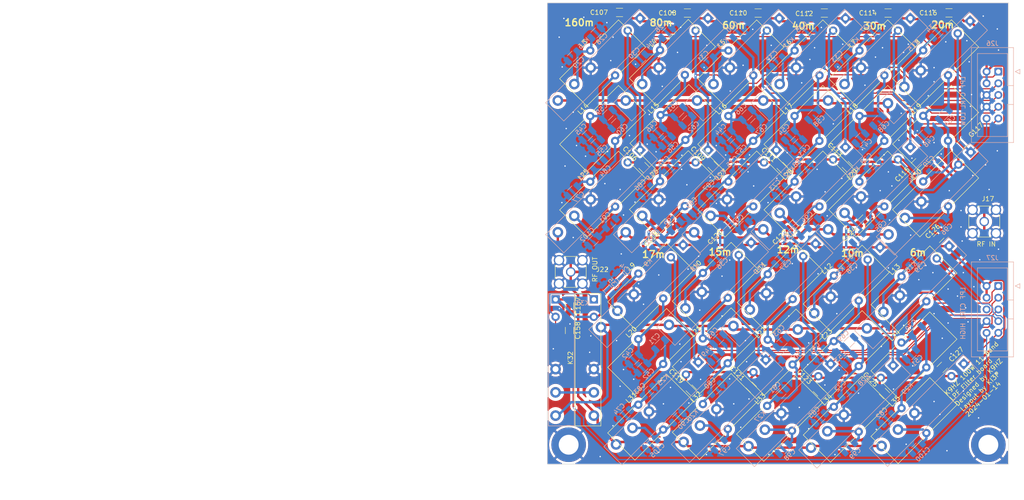
<source format=kicad_pcb>
(kicad_pcb (version 20221018) (generator pcbnew)
  (layers (0 "F.Cu" signal) (1 "In1.Cu" signal) (2 "In2.Cu" signal) (31 "B.Cu" signal) (34 "B.Paste" user) (35 "F.Paste" user) (36 "B.SilkS" user "B.Silkscreen") (37 "F.SilkS" user "F.Silkscreen") (38 "B.Mask" user) (39 "F.Mask" user) (44 "Edge.Cuts" user))
  (net 0 "")
  (net 1 "GND")
  (net 2 "+12V")
  (net 3 "/RF27")
  (net 4 "/RF15")
  (net 5 "/RF7")
  (net 6 "/RF19")
  (net 7 "/RF2")
  (net 8 "/RF11")
  (net 9 "/RF23")
  (net 10 "/RF31")
  (net 11 "/RF35")
  (net 12 "/RF39")
  (net 13 "/RF43")
  (net 14 "/RF12")
  (net 15 "/RF40")
  (net 16 "/RF28")
  (net 17 "/RF16")
  (net 18 "/RF3")
  (net 19 "/RF8")
  (net 20 "/RF20")
  (net 21 "/RF24")
  (net 22 "/RF32")
  (net 23 "/RF36")
  (net 24 "/RF44")
  (net 25 "/RF17")
  (net 26 "/RF4")
  (net 27 "/RF9")
  (net 28 "/RF37")
  (net 29 "/RF25")
  (net 30 "/RF33")
  (net 31 "/RF13")
  (net 32 "/RF21")
  (net 33 "/RF41")
  (net 34 "/RF45")
  (net 35 "/RF29")
  (net 36 "/RF30")
  (net 37 "/RF5")
  (net 38 "/RF10")
  (net 39 "/RF14")
  (net 40 "/RF18")
  (net 41 "/RF22")
  (net 42 "/RF26")
  (net 43 "/RF34")
  (net 44 "/RF38")
  (net 45 "/RF42")
  (net 46 "/RF46")
  (net 47 "/RF1")
  (net 48 "/RF6")
  (net 49 "/RF47")
  (net 50 "/B160M")
  (net 51 "/B80M")
  (net 52 "/B60M")
  (net 53 "/B40M")
  (net 54 "/B30M")
  (net 55 "/B20M")
  (net 56 "/B17M")
  (net 57 "/B15M")
  (net 58 "/B12M")
  (net 59 "/B10M")
  (net 60 "/B6M")
  (net 61 "/BNF")
  (footprint "T41_Library:T68-6-toroid-vertical" (layer "F.Cu") (at 188.090393 129.72508 45)
    (fp_text reference "L31")
    (fp_text value "0.519uH")
  )
  (footprint "Capacitor_SMD:C_1206_3216Metric" (layer "F.Cu") (at 253.991271 121.626612 45)
    (fp_text reference "C127")
    (fp_text value "0.1uF 50V")
  )
  (footprint "Capacitor_SMD:C_1206_3216Metric" (layer "F.Cu") (at 204.362165 78.104906 -45)
    (fp_text reference "C109")
    (fp_text value "0.1uF 50V")
  )
  (footprint "Capacitor_SMD:C_1206_3216Metric" (layer "F.Cu") (at 212.589271 125.944612 -45)
    (fp_text reference "C121")
    (fp_text value "0.1uF 50V")
  )
  (footprint "Capacitor_SMD:C_1206_3216Metric" (layer "F.Cu") (at 207.763271 90.384612 45)
    (fp_text reference "C120")
    (fp_text value "0.1uF 50V")
  )
  (footprint "T41_Library:T68-6-toroid-vertical" (layer "F.Cu") (at 202.090755 115.361769 45)
    (fp_text reference "L21")
    (fp_text value "0.406uH")
  )
  (footprint "Capacitor_SMD:C_1206_3216Metric" (layer "F.Cu") (at 189.357 78.331923 -45)
    (fp_text reference "C106")
    (fp_text value "0.1uF 50V")
  )
  (footprint "MountingHole:MountingHole_4.3mm_M4_DIN965_Pad" (layer "F.Cu") (at 263.993909 138.402923)
    (fp_text reference "H6" hide)
    (fp_text value "~" hide)
  )
  (footprint "Capacitor_SMD:C_1206_3216Metric" (layer "F.Cu") (at 219.289909 78.331923 -45)
    (fp_text reference "C111")
    (fp_text value "0.1uF 50V")
  )
  (footprint "MountingHole:MountingHole_4.3mm_M4_DIN965_Pad" (layer "F.Cu") (at 172.993909 138.402923)
    (fp_text reference "H5" hide)
    (fp_text value "~")
  )
  (footprint "T41_Library:T68-6-toroid-vertical" (layer "F.Cu") (at 245.170832 130.474769 45)
    (fp_text reference "L35")
    (fp_text value "0.188uH")
  )
  (footprint "Capacitor_SMD:C_1206_3216Metric" (layer "F.Cu") (at 258.221564 73.247633 45)
    (fp_text reference "C117")
    (fp_text value "0.1uF 50V")
  )
  (footprint "Capacitor_SMD:C_1206_3216Metric" (layer "F.Cu") (at 221.829909 90.650923 45)
    (fp_text reference "C122")
    (fp_text value "0.1uF 50V")
  )
  (footprint "Capacitor_SMD:C_1206_3216Metric" (layer "F.Cu") (at 233.435909 78.104906 -45)
    (fp_text reference "C113")
    (fp_text value "0.1uF 50V")
  )
  (footprint "T41_Library:T68-6-toroid-vertical" (layer "F.Cu") (at 230.496177 115.957475 45)
    (fp_text reference "L23")
    (fp_text value "0.305uH")
  )
  (footprint "T41_Library:T68-6-toroid-vertical" (layer "F.Cu") (at 221.983986 81.352846 45)
    (fp_text reference "L28")
    (fp_text value "1.34uH")
  )
  (footprint "Capacitor_SMD:C_1206_3216Metric" (layer "F.Cu") (at 199.577926 126.56494 -45)
    (fp_text reference "C119")
    (fp_text value "0.1uF 50V")
  )
  (footprint "T41_Library:T68-6-toroid-vertical" (layer "F.Cu") (at 207.632986 81.352846 45)
    (fp_text reference "L27")
    (fp_text value "1.76uH")
  )
  (footprint "Connector_Coaxial:SMA_Amphenol_901-144_Vertical" (layer "F.Cu") (at 173.442909 100.937923)
    (fp_text reference "J22")
    (fp_text value "RF interconnect")
  )
  (footprint "Capacitor_SMD:C_1206_3216Metric" (layer "F.Cu") (at 194.016909 90.523923 45)
    (fp_text reference "C118")
    (fp_text value "0.1uF 50V")
  )
  (footprint "T41_Library:T68-6-toroid-vertical" (layer "F.Cu") (at 177.673 81.379923 45)
    (fp_text reference "L25")
    (fp_text value "5.21uH")
  )
  (footprint "Capacitor_SMD:C_1206_3216Metric" (layer "F.Cu") (at 228.433909 44.803923 180)
    (fp_text reference "C112")
    (fp_text value "0.1uF 50V")
  )
  (footprint "T41_Library:T68-6-toroid-vertical" (layer "F.Cu") (at 207.620909 67.128846 45)
    (fp_text reference "L16")
    (fp_text value "1.60uH")
  )
  (footprint "Capacitor_SMD:C_1206_3216Metric" (layer "F.Cu") (at 248.412 77.4954 45)
    (fp_text reference "C115")
    (fp_text value "0.1uF 50V")
  )
  (footprint "T41_Library:T68-6-toroid-vertical" (layer "F.Cu") (at 192.805259 52.832 45)
    (fp_text reference "L4")
    (fp_text value "2.68uH")
  )
  (footprint "Connector_Coaxial:SMA_Amphenol_901-144_Vertical" (layer "F.Cu") (at 263.104909 90.015923)
    (fp_text reference "J17")
    (fp_text value "RF interconnect")
  )
  (footprint "T41_Library:T68-6-toroid-vertical" (layer "F.Cu") (at 236.050624 52.931923 45)
    (fp_text reference "L7")
    (fp_text value "0.928uH")
  )
  (footprint "Capacitor_SMD:C_1206_3216Metric" (layer "F.Cu") (at 184.023 44.676923 180)
    (fp_text reference "C107")
    (fp_text value "0.1uF 50V")
  )
  (footprint "Capacitor_SMD:C_1206_3216Metric" (layer "F.Cu") (at 173.188909 113.637923 90)
    (fp_text reference "C158")
    (fp_text value "0.1uF 50V")
  )
  (footprint "T41_Library:T68-6-toroid-vertical" (layer "F.Cu") (at 177.673 52.931923 45)
    (fp_text reference "L3")
    (fp_text value "5.21uH")
  )
  (footprint "T41_Library:Relay_SPDT_HF41F12-ZS" (layer "F.Cu") (at 178.4604 106.8908 -90)
    (fp_text reference "K32")
    (fp_text value "HF41F/12-ZS")
  )
  (footprint "T41_Library:T68-6-toroid-vertical" (layer "F.Cu") (at 236.050624 67.128846 45)
    (fp_text reference "L18")
    (fp_text value "0.843uH")
  )
  (footprint "T41_Library:T68-6-toroid-vertical" (layer "F.Cu") (at 207.632986 52.931923 45)
    (fp_text reference "L5")
    (fp_text value "1.76uH")
  )
  (footprint "T41_Library:T68-6-toroid-vertical" (layer "F.Cu") (at 230.496177 101.760552 45)
    (fp_text reference "L12")
    (fp_text value "0.335uH")
  )
  (footprint "Capacitor_SMD:C_1206_3216Metric" (layer "F.Cu") (at 227.163909 126.718923 -45)
    (fp_text reference "C123")
    (fp_text value "0.1uF 50V")
  )
  (footprint "T41_Library:T68-6-toroid-vertical" (layer "F.Cu") (at 192.920182 66.929 45)
    (fp_text reference "L15")
    (fp_text value "2.43uH")
  )
  (footprint "T41_Library:T68-6-toroid-vertical" (layer "F.Cu") (at 202.102832 101.164846 45)
    (fp_text reference "L10")
    (fp_text value "0.447uH")
  )
  (footprint "Capacitor_SMD:C_1206_3216Metric" (layer "F.Cu") (at 214.082909 44.803923 180)
    (fp_text reference "C110")
    (fp_text value "0.1uF 50V")
  )
  (footprint "T41_Library:T68-6-toroid-vertical" (layer "F.Cu") (at 245.158755 116.250769 45)
    (fp_text reference "L24")
    (fp_text value "0.170uH")
  )
  (footprint "Capacitor_SMD:C_1206_3216Metric" (layer "F.Cu") (at 198.747182 44.803923 180)
    (fp_text reference "C108")
    (fp_text value "0.1uF 50V")
  )
  (footprint "T41_Library:T68-6-toroid-vertical" (layer "F.Cu") (at 188.10247 101.304157 45)
    (fp_text reference "L9")
    (fp_text value "0.519uH")
  )
  (footprint "T41_Library:T68-6-toroid-vertical" (layer "F.Cu") (at 177.673 67.148 45)
    (fp_text reference "L14")
    (fp_text value "4.73uH")
  )
  (footprint "T41_Library:T68-6-toroid-vertical" (layer "F.Cu") (at 230.496177 130.181475 45)
    (fp_text reference "L34")
    (fp_text value "0.335uH")
  )
  (footprint "Capacitor_SMD:C_1206_3216Metric" (layer "F.Cu") (at 173.188909 108.303923 -90)
    (fp_text reference "C157")
    (fp_text value "0.1uF 50V")
  )
  (footprint "Capacitor_SMD:C_1206_3216Metric" (layer "F.Cu") (at 255.454547 44.77265 180)
    (fp_text reference "C116")
    (fp_text value "0.1uF 50V")
  )
  (footprint "T41_Library:T68-6-toroid-vertical" (layer "F.Cu") (at 249.866547 52.90065 45)
    (fp_text reference "L8")
    (fp_text value "0.670uH")
  )
  (footprint "T41_Library:T68-6-toroid-vertical" (layer "F.Cu") (at 249.866547 81.321573 45)
    (fp_text reference "L30")
    (fp_text value "0.670uH")
  )
  (footprint "Capacitor_SMD:C_1206_3216Metric" (layer "F.Cu") (at 253.229271 93.432612 45)
    (fp_text reference "C126")
    (fp_text value "0.1uF 50V")
  )
  (footprint "Capacitor_SMD:C_1206_3216Metric" (layer "F.Cu") (at 236.930599 89.683335 45)
    (fp_text reference "C124")
    (fp_text value "0.1uF 50V")
  )
  (footprint "T41_Library:T68-6-toroid-vertical" (layer "F.Cu") (at 221.983986 52.931923 45)
    (fp_text reference "L6")
    (fp_text value "1.34uH")
  )
  (footprint "T41_Library:T68-6-toroid-vertical" (layer "F.Cu") (at 216.030393 129.97908 45)
    (fp_text reference "L33")
    (fp_text value "0.337uH")
  )
  (footprint "T41_Library:T68-6-toroid-vertical" (layer "F.Cu") (at 216.16947 101.431157 45)
    (fp_text reference "L11")
    (fp_text value "0.337uH")
  )
  (footprint "T41_Library:T68-6-toroid-vertical" (layer "F.Cu") (at 221.971909 67.128846 45)
    (fp_text reference "L17")
    (fp_text value "1.22uH")
  )
  (footprint "T41_Library:T68-6-toroid-vertical" (layer "F.Cu") (at 188.10247 115.50108 45)
    (fp_text reference "L20")
    (fp_text value "0.471uH")
  )
  (footprint "Capacitor_SMD:C_1206_3216Metric" (layer "F.Cu") (at 241.475616 127.302318 -45)
    (fp_text reference "C125")
    (fp_text value "0.1uF 50V")
  )
  (footprint "T41_Library:T68-6-toroid-vertical" (layer "F.Cu") (at 192.805259 81.28 45)
    (fp_text reference "L26")
    (fp_text value "2.68uH")
  )
  (footprint "T41_Library:T68-6-toroid-vertical" (layer "F.Cu") (at 249.866547 67.097573 45)
    (fp_text reference "L19")
    (fp_text value "0.608uH")
  )
  (footprint "T41_Library:T68-6-toroid-vertical" (layer "F.Cu") (at 236.038547 81.352846 45)
    (fp_text reference "L29")
    (fp_text value "0.928uH")
  )
  (footprint "T41_Library:T68-6-toroid-vertical" (layer "F.Cu") (at 202.102832 129.585769 45)
    (fp_text reference "L32")
    (fp_text value "0.447uH")
  )
  (footprint "Capacitor_SMD:C_1206_3216Metric" (layer "F.Cu") (at 242.246547 44.803923 180)
    (fp_text reference "C114")
    (fp_text value "0.1uF 50V")
  )
  (footprint "T41_Library:T68-6-toroid-vertical" (layer "F.Cu") (at 245.170832 101.926846 45)
    (fp_text reference "L13")
    (fp_text value "0.188uH")
  )
  (footprint "T41_Library:T68-6-toroid-vertical" (layer "F.Cu") (at 216.157393 115.62808 45)
    (fp_text reference "L22")
    (fp_text value "0.342uH")
  )
  (footprint "Capacitor_SMD:C_1206_3216Metric" (layer "B.Cu") (at 200.874909 87.221923 45)
    (fp_text reference "C89")
    (fp_text value "470pF 100V")
  )
  (footprint "Capacitor_SMD:C_1206_3216Metric" (layer "B.Cu") (at 178.943 49.121923 -135)
    (fp_text reference "C28")
    (fp_text value "150pF 100V")
  )
  (footprint "T41_Library:Relay_SPDT_HF41F12-ZS" (layer "B.Cu") (at 229.800547 120.889234 -135)
    (fp_text reference "K27")
    (fp_text value "HF41F/12-ZS")
  )
  (footprint "Capacitor_SMD:C_1206_3216Metric" (layer "B.Cu") (at 227.475254 118.678629 45)
    (fp_text reference "C41")
    (fp_text value "82pF 100V")
  )
  (footprint "Capacitor_SMD:C_1206_3216Metric" (layer "B.Cu") (at 185.223547 131.938234 45)
    (fp_text reference "C74")
    (fp_text value "100pF 100V")
  )
  (footprint "T41_Library:Relay_SPDT_HF41F12-ZS" (layer "B.Cu") (at 215.733909 119.987923 -135)
    (fp_text reference "K26")
    (fp_text value "HF41F/12-ZS")
  )
  (footprint "Capacitor_SMD:C_1206_3216Metric" (layer "B.Cu") (at 218.821 98.171 -135)
    (fp_text reference "C37")
    (fp_text value "120pF 100V")
  )
  (footprint "Capacitor_SMD:C_1206_3216Metric" (layer "B.Cu") (at 205.573909 138.402923 45)
    (fp_text reference "C97")
    (fp_text value "150pF 100V")
  )
  (footprint "T41_Library:Relay_SPDT_HF41F12-ZS" (layer "B.Cu") (at 243.350254 121.218629 -135)
    (fp_text reference "K28")
    (fp_text value "HF41F/12-ZS")
  )
  (footprint "Capacitor_SMD:C_1206_3216Metric" (layer "B.Cu") (at 209.129909 73.251923 45)
    (fp_text reference "C57")
    (fp_text value "56pF 100V")
  )
  (footprint "Capacitor_SMD:C_1206_3216Metric" (layer "B.Cu") (at 220.940909 71.346923 45)
    (fp_text reference "C54")
    (fp_text value "330pF 100V")
  )
  (footprint "Capacitor_SMD:C_1206_3216Metric" (layer "B.Cu") (at 219.640547 139.304234 45)
    (fp_text reference "C98")
    (fp_text value "120pF 100V")
  )
  (footprint "Capacitor_SMD:C_1206_3216Metric" (layer "B.Cu") (at 190.303547 126.858234 -135)
    (fp_text reference "C83")
    (fp_text value "150pF 100V")
  )
  (footprint "Capacitor_SMD:C_1206_3216Metric" (layer "B.Cu") (at 213.574909 68.806923 -135)
    (fp_text reference "C67")
    (fp_text value "60pF 100V")
  )
  (footprint "T41_Library:Relay_SPDT_HF41F12-ZS" (layer "B.Cu") (at 247.072547 45.946923 -135)
    (fp_text reference "K17")
    (fp_text value "HF41F/12-ZS")
  )
  (footprint "T41_Library:Relay_SPDT_HF41F12-ZS" (layer "B.Cu") (at 188.468 45.946923 -135)
    (fp_text reference "K16")
    (fp_text value "HF41F/12-ZS")
  )
  (footprint "Capacitor_SMD:C_1206_3216Metric" (layer "B.Cu") (at 198.747182 68.171923 -135)
    (fp_text reference "C62")
    (fp_text value "47pF 100V")
  )
  (footprint "T41_Library:Relay_SPDT_HF41F12-ZS" (layer "B.Cu") (at 260.159411 74.992786 -135)
    (fp_text reference "K24")
    (fp_text value "HF41F/12-ZS")
  )
  (footprint "Capacitor_SMD:C_1206_3216Metric" (layer "B.Cu") (at 181.483 104.7242 -45)
    (fp_text reference "C35")
    (fp_text value "82pF 100V")
  )
  (footprint "Connector_IDC:IDC-Header_2x05_P2.54mm_Vertical" (layer "B.Cu") (at 266.152909 103.985923 180)
    (fp_text reference "J27")
    (fp_text value "LPF CTRL HI")
  )
  (footprint "Capacitor_SMD:C_1206_3216Metric" (layer "B.Cu") (at 178.943 73.251923 45)
    (fp_text reference "C55")
    (fp_text value "330pF 100V")
  )
  (footprint "Capacitor_SMD:C_1206_3216Metric" (layer "B.Cu") (at 227.475254 132.648629 45)
    (fp_text reference "C85")
    (fp_text value "82pF 100V")
  )
  (footprint "Capacitor_SMD:C_1206_3216Metric" (layer "B.Cu") (at 236.277547 71.981923 45)
    (fp_text reference "C47")
    (fp_text value "470pF 100V")
  )
  (footprint "Capacitor_SMD:C_1206_3216Metric" (layer "B.Cu") (at 182.118 90.396923 -135)
    (fp_text reference "C91")
    (fp_text value "1500pF 100V")
  )
  (footprint "Capacitor_SMD:C_1206_3216Metric" (layer "B.Cu") (at 204.938909 126.337923 -135)
    (fp_text reference "C80")
    (fp_text value "220pF 100V")
  )
  (footprint "Capacitor_SMD:C_1206_3216Metric" (layer "B.Cu") (at 204.684909 83.411923 45)
    (fp_text reference "C87")
    (fp_text value "330pF 100V")
  )
  (footprint "T41_Library:Relay_SPDT_HF41F12-ZS" (layer "B.Cu") (at 233.005909 73.886923 -135)
    (fp_text reference "K22")
    (fp_text value "HF41F/12-ZS")
  )
  (footprint "Capacitor_SMD:C_1206_3216Metric" (layer "B.Cu") (at 222.845909 73.251923 45)
    (fp_text reference "C43")
    (fp_text value "330pF 100V")
  )
  (footprint "T41_Library:Relay_SPDT_HF41F12-ZS" (layer "B.Cu") (at 258.659909 120.853468 -135)
    (fp_text reference "K29")
    (fp_text value "HF41F/12-ZS")
  )
  (footprint "Capacitor_SMD:C_1206_3216Metric" (layer "B.Cu") (at 219.035909 83.411923 45)
    (fp_text reference "C73")
    (fp_text value "330pF 100V")
  )
  (footprint "Capacitor_SMD:C_1206_3216Metric" (layer "B.Cu") (at 192.843547 116.698234 -135)
    (fp_text reference "C71")
    (fp_text value "39pF 100V")
  )
  (footprint "Capacitor_SMD:C_1206_3216Metric" (layer "B.Cu") (at 233.825254 119.948629 45)
    (fp_text reference "C53")
    (fp_text value "82pF 100V")
  )
  (footprint "Capacitor_SMD:C_1206_3216Metric" (layer "B.Cu") (at 183.388 68.806923 -135)
    (fp_text reference "C60")
    (fp_text value "47pF 100V")
  )
  (footprint "T41_Library:Relay_SPDT_HF41F12-ZS" (layer "B.Cu") (at 188.468 74.521923 -135)
    (fp_text reference "K21")
    (fp_text value "HF41F/12-ZS")
  )
  (footprint "Capacitor_SMD:C_1206_3216Metric" (layer "B.Cu") (at 188.587182 54.836923 45)
    (fp_text reference "C30")
    (fp_text value "470pF 100V")
  )
  (footprint "Capacitor_SMD:C_1206_3216Metric" (layer "B.Cu") (at 247.229909 118.844923 45)
    (fp_text reference "C51")
    (fp_text value "91pF 100V")
  )
  (footprint "Connector_IDC:IDC-Header_2x05_P2.54mm_Vertical" (layer "B.Cu") (at 266.152909 57.503923 180)
    (fp_text reference "J26")
    (fp_text value "LPF CTRL LOW")
  )
  (footprint "Capacitor_SMD:C_1206_3216Metric" (layer "B.Cu") (at 233.190254 126.933629 -135)
    (fp_text reference "C72")
    (fp_text value "82pF 100V")
  )
  (footprint "Capacitor_SMD:C_1206_3216Metric" (layer "B.Cu") (at 178.308 94.206923 45)
    (fp_text reference "C102")
    (fp_text value "150pF 100V")
  )
  (footprint "Capacitor_SMD:C_1206_3216Metric" (layer "B.Cu") (at 254.311547 66.87065 45)
    (fp_text reference "C64")
    (fp_text value "47pF 100V")
  )
  (footprint "T41_Library:Relay_SPDT_HF41F12-ZS" (layer "B.Cu") (at 226.528909 94.841923 -135)
    (fp_text reference "K10")
    (fp_text value "HF41F/12-ZS")
  )
  (footprint "Capacitor_SMD:C_1206_3216Metric" (layer "B.Cu") (at 205.477271 115.530612 -135)
    (fp_text reference "C65")
    (fp_text value "33pF 100V")
  )
  (footprint "Capacitor_SMD:C_1206_3216Metric" (layer "B.Cu") (at 248.499909 113.764923 -135)
    (fp_text reference "C70")
    (fp_text value "14pF 100V")
  )
  (footprint "Capacitor_SMD:C_1206_3216Metric" (layer "B.Cu") (at 232.467547 55.471923 45)
    (fp_text reference "C33")
    (fp_text value "150pF 100V")
  )
  (footprint "Capacitor_SMD:C_1206_3216Metric" (layer "B.Cu") (at 205.0542 97.8154 -135)
    (fp_text reference "C36")
    (fp_text value "150pF 100V")
  )
  (footprint "T41_Library:Relay_SPDT_HF41F12-ZS" (layer "B.Cu") (at 218.019909 74.521923 -135)
    (fp_text reference "K20")
    (fp_text value "HF41F/12-ZS")
  )
  (footprint "Capacitor_SMD:C_1206_3216Metric" (layer "B.Cu") (at 173.863 54.201923 45)
    (fp_text reference "C29")
    (fp_text value "1500pF 100V")
  )
  (footprint "Capacitor_SMD:C_1206_3216Metric" (layer "B.Cu") (at 220.275547 118.984234 45)
    (fp_text reference "C50")
    (fp_text value "180pF 100V")
  )
  (footprint "Capacitor_SMD:C_1206_3216Metric" (layer "B.Cu") (at 249.866547 71.31565 45)
    (fp_text reference "C48")
    (fp_text value "330pF 100V")
  )
  (footprint "T41_Library:Relay_SPDT_HF41F12-ZS" (layer "B.Cu") (at 170.1546 106.8908 -90)
    (fp_text reference "K33")
    (fp_text value "HF41F/12-ZS")
  )
  (footprint "Capacitor_SMD:C_1206_3216Metric" (layer "B.Cu") (at 209.764909 78.331923 -135)
    (fp_text reference "C75")
    (fp_text value "56pF 100V")
  )
  (footprint "Capacitor_SMD:C_1206_3216Metric" (layer "B.Cu") (at 209.764909 49.121923 -135)
    (fp_text reference "C40")
    (fp_text value "470pF 100V")
  )
  (footprint "Capacitor_SMD:C_1206_3216Metric" (layer "B.Cu") (at 226.020909 66.901923 45)
    (fp_text reference "C58")
    (fp_text value "100pF 100V")
  )
  (footprint "Capacitor_SMD:C_1206_3216Metric" (layer "B.Cu") (at 196.653547 132.573234 -135)
    (fp_text reference "C90")
    (fp_text value "82pF 100V")
  )
  (footprint "Capacitor_SMD:C_1206_3216Metric" (layer "B.Cu") (at 218.400909 55.471923 45)
    (fp_text reference "C32")
    (fp_text value "100pF 100V")
  )
  (footprint "T41_Library:Relay_SPDT_HF41F12-ZS" (layer "B.Cu") (at 240.498909 95.603923 -135)
    (fp_text reference "K11")
    (fp_text value "HF41F/12-ZS")
  )
  (footprint "Capacitor_SMD:C_1206_3216Metric" (layer "B.Cu") (at 238.817547 49.121923 -135)
    (fp_text reference "C27")
    (fp_text value "150pF 100V")
  )
  (footprint "Capacitor_SMD:C_1206_3216Metric" (layer "B.Cu") (at 207.224909 71.346923 45)
    (fp_text reference "C44")
    (fp_text value "330pF 100V")
  )
  (footprint "Capacitor_SMD:C_1206_3216Metric" (layer "B.Cu") (at 194.302182 72.616923 45)
    (fp_text reference "C56")
    (fp_text value "100pF 100V")
  )
  (footprint "Capacitor_SMD:C_1206_3216Metric" (layer "B.Cu") (at 224.750909 49.121923 -135)
    (fp_text reference "C25")
    (fp_text value "330pF 100V")
  )
  (footprint "Capacitor_SMD:C_1206_3216Metric" (layer "B.Cu") (at 253.676547 90.36565 45)
    (fp_text reference "C96")
    (fp_text value "220pF 100V")
  )
  (footprint "Capacitor_SMD:C_1206_3216Metric" (layer "B.Cu") (at 211.669909 66.901923 -135)
    (fp_text reference "C66")
    (fp_text value "68pF 100V")
  )
  (footprint "Capacitor_SMD:C_1206_3216Metric" (layer "B.Cu") (at 219.232564 116.217217 -135)
    (fp_text reference "C63")
    (fp_text value "27pF 100V")
  )
  (footprint "Capacitor_SMD:C_1206_3216Metric" (layer "B.Cu") (at 181.483 66.901923 -135)
    (fp_text reference "C59")
    (fp_text value "330pF 100V")
  )
  (footprint "Capacitor_SMD:C_1206_3216Metric" (layer "B.Cu") (at 239.452547 89.761923 -135)
    (fp_text reference "C95")
    (fp_text value "150pF 100V")
  )
  (footprint "T41_Library:Relay_SPDT_HF41F12-ZS" (layer "B.Cu") (at 203.192182 45.946923 -135)
    (fp_text reference "K14")
    (fp_text value "HF41F/12-ZS")
  )
  (footprint "Capacitor_SMD:C_1206_3216Metric" (layer "B.Cu") (at 179.578 77.696923 -135)
    (fp_text reference "C84")
    (fp_text value "2200pF 100V")
  )
  (footprint "Capacitor_SMD:C_1206_3216Metric" (layer "B.Cu") (at 242.149909 132.814923 45)
    (fp_text reference "C82")
    (fp_text value "91pF 100V")
  )
  (footprint "T41_Library:Relay_SPDT_HF41F12-ZS" (layer "B.Cu") (at 218.654909 45.946923 -135)
    (fp_text reference "K13")
    (fp_text value "HF41F/12-ZS")
  )
  (footprint "Capacitor_SMD:C_1206_3216Metric" (layer "B.Cu") (at 190.938547 138.288234 45)
    (fp_text reference "C105")
    (fp_text value "82pF 100V")
  )
  (footprint "Capacitor_SMD:C_1206_3216Metric" (layer "B.Cu") (at 222.210909 94.206923 45)
    (fp_text reference "C103")
    (fp_text value "330pF 100V")
  )
  (footprint "Capacitor_SMD:C_1206_3216Metric" (layer "B.Cu") (at 233.825254 138.998629 45)
    (fp_text reference "C99")
    (fp_text value "100pF 100V")
  )
  (footprint "Capacitor_SMD:C_1206_3216Metric" (layer "B.Cu") (at 189.857182 83.411923 45)
    (fp_text reference "C86")
    (fp_text value "1200pF 100V")
  )
  (footprint "T41_Library:Relay_SPDT_HF41F12-ZS" (layer "B.Cu") (at 247.072547 73.886923 -135)
    (fp_text reference "K23")
    (fp_text value "HF41F/12-ZS")
  )
  (footprint "Capacitor_SMD:C_1206_3216Metric" (layer "B.Cu") (at 189.033547 121.778234 45)
    (fp_text reference "C52")
    (fp_text value "100pF 100V")
  )
  (footprint "Capacitor_SMD:C_1206_3216Metric" (layer "B.Cu") (at 184.404 102.108 -45)
    (fp_text reference "C24")
    (fp_text value "82pF 100V")
  )
  (footprint "T41_Library:Relay_SPDT_HF41F12-ZS" (layer "B.Cu") (at 255.484909 95.349923 -135)
    (fp_text reference "K18")
    (fp_text value "HF41F/12-ZS")
  )
  (footprint "Capacitor_SMD:C_1206_3216Metric" (layer "B.Cu") (at 233.825254 116.138629 -135)
    (fp_text reference "C69")
    (fp_text value "27pF 100V")
  )
  (footprint "T41_Library:Relay_SPDT_HF41F12-ZS" (layer "B.Cu") (at 260.026547 46.55065 -135)
    (fp_text reference "K15")
    (fp_text value "HF41F/12-ZS")
  )
  (footprint "Capacitor_SMD:C_1206_3216Metric" (layer "B.Cu") (at 240.087547 68.171923 45)
    (fp_text reference "C68")
    (fp_text value "68pF 100V")
  )
  (footprint "Capacitor_SMD:C_1206_3216Metric" (layer "B.Cu") (at 187.128547 119.873234 45)
    (fp_text reference "C42")
    (fp_text value "150pF 100V")
  )
  (footprint "Capacitor_SMD:C_1206_3216Metric" (layer "B.Cu") (at 196.842182 66.266923 -135)
    (fp_text reference "C61")
    (fp_text value "150pF 100V")
  )
  (footprint "Capacitor_SMD:C_1206_3216Metric" (layer "B.Cu") (at 238.817547 77.696923 -135)
    (fp_text reference "C78")
    (fp_text value "470pF 100V")
  )
  (footprint "Capacitor_SMD:C_1206_3216Metric" (layer "B.Cu") (at 226.020909 90.396923 -135)
    (fp_text reference "C94")
    (fp_text value "100pF 100V")
  )
  (footprint "Capacitor_SMD:C_1206_3216Metric" (layer "B.Cu") (at 194.302182 49.121923 -135)
    (fp_text reference "C26")
    (fp_text value "390pF 100V")
  )
  (footprint "Capacitor_SMD:C_1206_3216Metric" (layer "B.Cu") (at 192.397182 70.711923 45)
    (fp_text reference "C46")
    (fp_text value "1200pF 100V")
  )
  (footprint "Capacitor_SMD:C_1206_3216Metric" (layer "B.Cu") (at 219.005547 127.239234 -135)
    (fp_text reference "C81")
    (fp_text value "180pF 100V")
  )
  (footprint "Capacitor_SMD:C_1206_3216Metric" (layer "B.Cu") (at 211.034909 91.031923 -135)
    (fp_text reference "C93")
    (fp_text value "560pF 100V")
  )
  (footprint "Capacitor_SMD:C_1206_3216Metric" (layer "B.Cu") (at 233.172 98.8314 -135)
    (fp_text reference "C38")
    (fp_text value "100pF 100V")
  )
  (footprint "Capacitor_SMD:C_1206_3216Metric" (layer "B.Cu") (at 173.863 83.411923 45)
    (fp_text reference "C77")
    (fp_text value "330pF 100V")
  )
  (footprint "Capacitor_SMD:C_1206_3216Metric" (layer "B.Cu") (at 252.406547 78.30065 -135)
    (fp_text reference "C79")
    (fp_text value "330pF 100V")
  )
  (footprint "Capacitor_SMD:C_1206_3216Metric" (layer "B.Cu") (at 194.937182 78.331923 -135)
    (fp_text reference "C76")
    (fp_text value "100pF 100V")
  )
  (footprint "T41_Library:Relay_SPDT_HF41F12-ZS" (layer "B.Cu") (at 203.192182 74.521923 -135)
    (fp_text reference "K19")
    (fp_text value "HF41F/12-ZS")
  )
  (footprint "Capacitor_SMD:C_1206_3216Metric" (layer "B.Cu") (at 177.038 71.346923 45)
    (fp_text reference "C45")
    (fp_text value "2200pF 100V")
  )
  (footprint "Capacitor_SMD:C_1206_3216Metric" (layer "B.Cu") (at 248.499909 139.164923 45)
    (fp_text reference "C100")
    (fp_text value "60pF 100V")
  )
  (footprint "Capacitor_SMD:C_1206_3216Metric" (layer "B.Cu") (at 235.642547 93.571923 45)
    (fp_text reference "C104")
    (fp_text value "150pF 100V")
  )
  (footprint "T41_Library:Relay_SPDT_HF41F12-ZS" (layer "B.Cu") (at 201.098547 120.508234 -135)
    (fp_text reference "K25")
    (fp_text value "HF41F/12-ZS")
  )
  (footprint "Capacitor_SMD:C_1206_3216Metric" (layer "B.Cu") (at 196.207182 91.031923 -135)
    (fp_text reference "C92")
    (fp_text value "470pF 100V")
  )
  (footprint "Capacitor_SMD:C_1206_3216Metric" (layer "B.Cu") (at 253.041547 49.09065 -135)
    (fp_text reference "C34")
    (fp_text value "220pF 100V")
  )
  (footprint "T41_Library:Relay_SPDT_HF41F12-ZS" (layer "B.Cu") (at 212.558909 94.587923 -135)
    (fp_text reference "K8")
    (fp_text value "HF41F/12-ZS")
  )
  (footprint "Capacitor_SMD:C_1206_3216Metric" (layer "B.Cu") (at 204.938909 119.352923 45)
    (fp_text reference "C49")
    (fp_text value "220pF 100V")
  )
  (footprint "T41_Library:Relay_SPDT_HF41F12-ZS" (layer "B.Cu") (at 197.826909 95.095923 -135)
    (fp_text reference "K9")
    (fp_text value "HF41F/12-ZS")
  )
  (footprint "Capacitor_SMD:C_1206_3216Metric" (layer "B.Cu") (at 224.115909 78.331923 -135)
    (fp_text reference "C88")
    (fp_text value "330pF 100V")
  )
  (footprint "Capacitor_SMD:C_1206_3216Metric" (layer "B.Cu") (at 203.414909 55.471923 45)
    (fp_text reference "C31")
    (fp_text value "560pF 100V")
  )
  (footprint "Capacitor_SMD:C_1206_3216Metric" (layer "B.Cu") (at 247.9548 98.6028 -135)
    (fp_text reference "C39")
    (fp_text value "60pF 100V")
  )
  (footprint "T41_Library:Relay_SPDT_HF41F12-ZS" (layer "B.Cu") (at 233.005909 45.946923 -135)
    (fp_text reference "K12")
    (fp_text value "HF41F/12-ZS")
  )
  (footprint "Capacitor_SMD:C_1206_3216Metric" (layer "B.Cu") (at 192.397182 94.841923 45)
    (fp_text reference "C101")
    (fp_text value "390pF 100V")
  )
  (gr_rect (start 168.383909 42.606923) (end 268.383909 142.606923) (stroke (width 0.1)) (fill none) (layer "Edge.Cuts"))
  (gr_text "LPF CTRL LOW" (at 259.08 58.42 90) (layer "B.SilkS") (effects (font (size 1 1)) (justify left bottom mirror)))
  (gr_text "LPF CTRL HIGH" (at 259.08 104.14 90) (layer "B.SilkS") (effects (font (size 1 1)) (justify left bottom mirror)))
  (gr_text "K9HZ 100W 11 Band \nLPF Filter board\nDesigned by K9HZ\nLayout by KI3P\n2024-01-14" (at 259.6388 132.5372 45) (layer "F.SilkS") (effects (font (size 1 1)) (justify left bottom)))
  (gr_text "30m" (at 236.688909 48.486923) (layer "F.SilkS") (effects (font (size 1.5 1.5) (thickness 0.3) bold) (justify left bottom)))
  (gr_text "6m" (at 246.80647 97.621157) (layer "F.SilkS") (effects (font (size 1.5 1.5) (thickness 0.3) bold) (justify left bottom)))
  (gr_text "RF OUT" (at 179.284909 103.223923 90) (layer "F.SilkS") (effects (font (size 1 1)) (justify left bottom)))
  (gr_text "40m" (at 221.236986 48.486923) (layer "F.SilkS") (effects (font (size 1.5 1.5) (thickness 0.3) bold) (justify left bottom)))
  (gr_text "10m" (at 231.902 97.748157) (layer "F.SilkS") (effects (font (size 1.5 1.5) (thickness 0.3) bold) (justify left bottom)))
  (gr_text "160m" (at 171.958 47.752) (layer "F.SilkS") (effects (font (size 1.5 1.5) (thickness 0.3) bold) (justify left bottom)))
  (gr_text "60m" (at 206.108986 48.359923) (layer "F.SilkS") (effects (font (size 1.5 1.5) (thickness 0.3) bold) (justify left bottom)))
  (gr_text "12m" (at 217.932 96.986157) (layer "F.SilkS") (effects (font (size 1.5 1.5) (thickness 0.3) bold) (justify left bottom)))
  (gr_text "80m" (at 190.388063 47.779077) (layer "F.SilkS") (effects (font (size 1.5 1.5) (thickness 0.3) bold) (justify left bottom)))
  (gr_text "15m" (at 203.2 97.494157) (layer "F.SilkS") (effects (font (size 1.5 1.5) (thickness 0.3) bold) (justify left bottom)))
  (gr_text "RF IN" (at 261.366 95.504) (layer "F.SilkS") (effects (font (size 1 1)) (justify left bottom)))
  (gr_text "17m" (at 188.75247 98.002157) (layer "F.SilkS") (effects (font (size 1.5 1.5) (thickness 0.3) bold) (justify left bottom)))
  (gr_text "20m" (at 251.46 48.232923) (layer "F.SilkS") (effects (font (size 1.5 1.5) (thickness 0.3) bold) (justify left bottom)))
  (segment (start 173.188909 109.778923) (end 173.188909 112.162923) (width 0.25) (layer "F.Cu") (net 1))
  (via (at 240.538 83.312) (size 0.5) (drill 0.3) (layers "F.Cu" "B.Cu") (net 1))
  (via (at 210.82 56.134) (size 0.5) (drill 0.3) (layers "F.Cu" "B.Cu") (net 1))
  (via (at 253.492 131.826) (size 0.5) (drill 0.3) (layers "F.Cu" "B.Cu") (net 1))
  (via (at 241.3762 75.5396) (size 0.5) (drill 0.3) (layers "F.Cu" "B.Cu") (net 1))
  (via (at 216.4334 54.7624) (size 0.5) (drill 0.3) (layers "F.Cu" "B.Cu") (net 1))
  (via (at 229.0572 88.773) (size 0.5) (drill 0.3) (layers "F.Cu" "B.Cu") (net 1))
  (via (at 202.8698 140.5382) (size 0.5) (drill 0.3) (layers "F.Cu" "B.Cu") (net 1))
  (via (at 240.792 117.094) (size 0.5) (drill 0.3) (layers "F.Cu" "B.Cu") (net 1))
  (via (at 184.15 125.73) (size 0.5) (drill 0.3) (layers "F.Cu" "B.Cu") (net 1))
  (via (at 252.222 72.898) (size 0.5) (drill 0.3) (layers "F.Cu" "B.Cu") (net 1))
  (via (at 232.2322 80.6704) (size 0.5) (drill 0.3) (layers "F.Cu" "B.Cu") (net 1))
  (via (at 235.3818 100.0252) (size 0.5) (drill 0.3) (layers "F.Cu" "B.Cu") (net 1))
  (via (at 255.016 139.7) (size 0.5) (drill 0.3) (layers "F.Cu" "B.Cu") (net 1))
  (via (at 192.8622 97.8154) (size 0.5) (drill 0.3) (layers "F.Cu" "B.Cu") (net 1))
  (via (at 228.092 114.554) (size 0.5) (drill 0.3) (layers "F.Cu" "B.Cu") (net 1))
  (via (at 260.604 80.01) (size 0.5) (drill 0.3) (layers "F.Cu" "B.Cu") (net 1))
  (via (at 213.106 82.296) (size 0.5) (drill 0.3) (layers "F.Cu" "B.Cu") (net 1))
  (via (at 197.485 78.6892) (size 0.5) (drill 0.3) (layers "F.Cu" "B.Cu") (net 1))
  (via (at 258.572 126.746) (size 0.5) (drill 0.3) (layers "F.Cu" "B.Cu") (net 1))
  (via (at 243.078 82.296) (size 0.5) (drill 0.3) (layers "F.Cu" "B.Cu") (net 1))
  (via (at 264.16 83.058) (size 0.5) (drill 0.3) (layers "F.Cu" "B.Cu") (net 1))
  (via (at 241.046 52.324) (size 0.5) (drill 0.3) (layers "F.Cu" "B.Cu") (net 1))
  (via (at 197.5358 75.6412) (size 0.5) (drill 0.3) (layers "F.Cu" "B.Cu") (net 1))
  (via (at 193.294 60.706) (size 0.5) (drill 0.3) (layers "F.Cu" "B.Cu") (net 1))
  (via (at 259.588 111.76) (size 0.5) (drill 0.3) (layers "F.Cu" "B.Cu") (net 1))
  (via (at 223.012 130.302) (size 0.5) (drill 0.3) (layers "F.Cu" "B.Cu") (net 1))
  (via (at 251.968 101.092) (size 0.5) (drill 0.3) (layers "F.Cu" "B.Cu") (net 1))
  (via (at 189.23 107.95) (size 0.5) (drill 0.3) (layers "F.Cu" "B.Cu") (net 1))
  (via (at 208.026 61.722) (size 0.5) (drill 0.3) (layers "F.Cu" "B.Cu") (net 1))
  (via (at 243.4336 126.3396) (size 0.5) (drill 0.3) (layers "F.Cu" "B.Cu") (net 1))
  (via (at 262.128 98.298) (size 0.5) (drill 0.3) (layers "F.Cu" "B.Cu") (net 1))
  (via (at 206.248 101.854) (size 0.5) (drill 0.3) (layers "F.Cu" "B.Cu") (net 1))
  (via (at 245.618 53.34) (size 0.5) (drill 0.3) (layers "F.Cu" "B.Cu") (net 1))
  (via (at 254.762 51.054) (size 0.5) (drill 0.3) (layers "F.Cu" "B.Cu") (net 1))
  (via (at 184.8866 88.5952) (size 0.5) (drill 0.3) (layers "F.Cu" "B.Cu") (net 1))
  (via (at 211.8868 79.2226) (size 0.5) (drill 0.3) (layers "F.Cu" "B.Cu") (net 1))
  (via (at 254 115.316) (size 0.5) (drill 0.3) (layers "F.Cu" "B.Cu") (net 1))
  (via (at 174.7012 73.533) (size 0.5) (drill 0.3) (layers "F.Cu" "B.Cu") (net 1))
  (via (at 246.1768 138.303) (size 0.5) (drill 0.3) (layers "F.Cu" "B.Cu") (net 1))
  (via (at 177.546 118.364) (size 0.5) (drill 0.3) (layers "F.Cu" "B.Cu") (net 1))
  (via (at 201.422 109.22) (size 0.5) (drill 0.3) (layers "F.Cu" "B.Cu") (net 1))
  (via (at 253.7714 75.3618) (size 0.5) (drill 0.3) (layers "F.Cu" "B.Cu") (net 1))
  (via (at 231.14 109.982) (size 0.5) (drill 0.3) (layers "F.Cu" "B.Cu") (net 1))
  (via (at 212.9028 48.3362) (size 0.5) (drill 0.3) (layers "F.Cu" "B.Cu") (net 1))
  (via (at 173.99 93.472) (size 0.5) (drill 0.3) (layers "F.Cu" "B.Cu") (net 1))
  (via (at 242.57 89.6874) (size 0.5) (drill 0.3) (layers "F.Cu" "B.Cu") (net 1))
  (via (at 187.3758 85.8012) (size 0.5) (drill 0.3) (layers "F.Cu" "B.Cu") (net 1))
  (via (at 260.35 62.484) (size 0.5) (drill 0.3) (layers "F.Cu" "B.Cu") (net 1))
  (via (at 227.7872 47.9298) (size 0.5) (drill 0.3) (layers "F.Cu" "B.Cu") (net 1))
  (via (at 191.9478 74.8792) (size 0.5) (drill 0.3) (layers "F.Cu" "B.Cu") (net 1))
  (via (at 250.952 62.738) (size 0.5) (drill 0.3) (layers "F.Cu" "B.Cu") (net 1))
  (via (at 266.192 96.012) (size 0.5) (drill 0.3) (layers "F.Cu" "B.Cu") (net 1))
  (via (at 173.2788 112.2172) (size 0.5) (drill 0.3) (layers "F.Cu" "B.Cu") (net 1))
  (via (at 170.9928 108.8898) (size 0.5) (drill 0.3) (layers "F.Cu" "B.Cu") (net 1))
  (via (at 187.5028 55.9054) (size 0.5) (drill 0.3) (layers "F.Cu" "B.Cu") (net 1))
  (via (at 259.08 108.712) (size 0.5) (drill 0.3) (layers "F.Cu" "B.Cu") (net 1))
  (via (at 206.248 110.49) (size 0.5) (drill 0.3) (layers "F.Cu" "B.Cu") (net 1))
  (via (at 211.582 120.396) (size 0.5) (drill 0.3) (layers "F.Cu" "B.Cu") (net 1))
  (via (at 216.408 140.5128) (size 0.5) (drill 0.3) (layers "F.Cu" "B.Cu") (net 1))
  (via (at 170.942 50.038) (size 0.5) (drill 0.3) (layers "F.Cu" "B.Cu") (net 1))
  (via (at 192.532 101.6) (size 0.5) (drill 0.3) (layers "F.Cu" "B.Cu") (net 1))
  (via (at 176.657 75.8444) (size 0.5) (drill 0.3) (layers "F.Cu" "B.Cu") (net 1))
  (via (at 172.212 77.978) (size 0.5) (drill 0.3) (layers "F.Cu" "B.Cu") (net 1))
  (via (at 169.672 117.602) (size 0.5) (drill 0.3) (layers "F.Cu" "B.Cu") (net 1))
  (via (at 187.0964 124.206) (size 0.5) (drill 0.3) (layers "F.Cu" "B.Cu") (net 1))
  (via (at 239.6998 135.0772) (size 0.5) (drill 0.3) (layers "F.Cu" "B.Cu") (net 1))
  (via (at 247.5992 121.3104) (size 0.5) (drill 0.3) (layers "F.Cu" "B.Cu") (net 1))
  (via (at 184.15 83.058) (size 0.5) (drill 0.3) (layers "F.Cu" "B.Cu") (net 1))
  (via (at 198.882 100.33) (size 0.5) (drill 0.3) (layers "F.Cu" "B.Cu") (net 1))
  (via (at 176.276 45.72) (size 0.5) (drill 0.3) (layers "F.Cu" "B.Cu") (net 1))
  (via (at 220.726 110.49) (size 0.5) (drill 0.3) (layers "F.Cu" "B.Cu") (net 1))
  (via (at 205.0034 73.533) (size 0.5) (drill 0.3) (layers "F.Cu" "B.Cu") (net 1))
  (via (at 247.4214 76.2762) (size 0.5) (drill 0.3) (layers "F.Cu" "B.Cu") (net 1))
  (via (at 180.848 81.788) (size 0.5) (drill 0.3) (layers "F.Cu" "B.Cu") (net 1))
  (via (at 261.874 132.588) (size 0.5) (drill 0.3) (layers "F.Cu" "B.Cu") (net 1))
  (via (at 259.842 55.372) (size 0.5) (drill 0.3) (layers "F.Cu" "B.Cu") (net 1))
  (via (at 228.6 83.566) (size 0.5) (drill 0.3) (layers "F.Cu" "B.Cu") (net 1))
  (via (at 259.334 50.8) (size 0.5) (drill 0.3) (layers "F.Cu" "B.Cu") (net 1))
  (via (at 252.222 129.032) (size 0.5) (drill 0.3) (layers "F.Cu" "B.Cu") (net 1))
  (via (at 265.938 48.26) (size 0.5) (drill 0.3) (layers "F.Cu" "B.Cu") (net 1))
  (via (at 260.6548 70.9676) (size 0.5) (drill 0.3) (layers "F.Cu" "B.Cu") (net 1))
  (via (at 218.1352 80.645) (size 0.5) (drill 0.3) (layers "F.Cu" "B.Cu") (net 1))
  (via (at 193.0146 124.4854) (size 0.5) (drill 0.3) (layers "F.Cu" "B.Cu") (net 1))
  (via (at 250.444 99.5426) (size 0.5) (drill 0.3) (layers "F.Cu" "B.Cu") (net 1))
  (via (at 260.35 67.818) (size 0.5) (drill 0.3) (layers "F.Cu" "B.Cu") (net 1))
  (via (at 230.378 68.834) (size 0.5) (drill 0.3) (layers "F.Cu" "B.Cu") (net 1))
  (via (at 207.899 124.1298) (size 0.5) (drill 0.3) (layers "F.Cu" "B.Cu") (net 1))
  (via (at 207.9244 98.3742) (size 0.5) (drill 0.3) (layers "F.Cu" "B.Cu") (net 1))
  (via (at 242.316 100.076) (size 0.5) (drill 0.3) (layers "F.Cu" "B.Cu") (net 1))
  (via (at 196.596 53.34) (size 0.5) (drill 0.3) (layers "F.Cu" "B.Cu") (net 1))
  (via (at 212.09 128.4732) (size 0.5) (drill 0.3) (layers "F.Cu" "B.Cu") (net 1))
  (via (at 188.1632 103.4796) (size 0.5) (drill 0.3) (layers "F.Cu" "B.Cu") (net 1))
  (via (at 184.8866 122.0978) (size 0.5) (drill 0.3) (layers "F.Cu" "B.Cu") (net 1))
  (via (at 182.6006 134.2898) (size 0.5) (drill 0.3) (layers "F.Cu" "B.Cu") (net 1))
  (via (at 260.858 104.14) (size 0.5) (drill 0.3) (layers "F.Cu" "B.Cu") (net 1))
  (via (at 255.7526 47.3964) (size 0.5) (drill 0.3) (layers "F.Cu" "B.Cu") (net 1))
  (via (at 265.938 74.676) (size 0.5) (drill 0.3) (layers "F.Cu" "B.Cu") (net 1))
  (via (at 216.2302 85.9028) (size 0.5) (drill 0.3) (layers "F.Cu" "B.Cu") (net 1))
  (via (at 247.142 92.964) (size 0.5) (drill 0.3) (layers "F.Cu" "B.Cu") (net 1))
  (via (at 182.118 55.118) (size 0.5) (drill 0.3) (layers "F.Cu" "B.Cu") (net 1))
  (via (at 236.7026 74.422) (size 0.5) (drill 0.3) (layers "F.Cu" "B.Cu") (net 1))
  (via (at 245.11 66.548) (size 0.5) (drill 0.3) (layers "F.Cu" "B.Cu") (net 1))
  (via (at 262.89 45.466) (size 0.5) (drill 0.3) (layers "F.Cu" "B.Cu") (net 1))
  (via (at 228.5492 125.4506) (size 0.5) (drill 0.3) (layers "F.Cu" "B.Cu") (net 1))
  (via (at 177.8 114.808) (size 0.5) (drill 0.3) (layers "F.Cu" "B.Cu") (net 1))
  (via (at 231.3686 56.4896) (size 0.5) (drill 0.3) (layers "F.Cu" "B.Cu") (net 1))
  (via (at 241.6302 47.6504) (size 0.5) (drill 0.3) (layers "F.Cu" "B.Cu") (net 1))
  (via (at 221.488 99.1362) (size 0.5) (drill 0.3) (layers "F.Cu" "B.Cu") (net 1))
  (via (at 225.298 54.864) (size 0.5) (drill 0.3) (layers "F.Cu" "B.Cu") (net 1))
  (via (at 244.602 72.39) (size 0.5) (drill 0.3) (layers "F.Cu" "B.Cu") (net 1))
  (via (at 211.328 115.824) (size 0.5) (drill 0.3) (layers "F.Cu" "B.Cu") (net 1))
  (via (at 265.684 122.936) (size 0.5) (drill 0.3) (layers "F.Cu" "B.Cu") (net 1))
  (via (at 252.222 59.69) (size 0.5) (drill 0.3) (layers "F.Cu" "B.Cu") (net 1))
  (via (at 258.572 101.092) (size 0.5) (drill 0.3) (layers "F.Cu" "B.Cu") (net 1))
  (via (at 258.318 94.234) (size 0.5) (drill 0.3) (layers "F.Cu" "B.Cu") (net 1))
  (via (at 192.532 140.0302) (size 0.5) (drill 0.3) (layers "F.Cu" "B.Cu") (net 1))
  (via (at 179.832 140.97) (size 0.5) (drill 0.3) (layers "F.Cu" "B.Cu") (net 1))
  (via (at 199.0598 129.3622) (size 0.5) (drill 0.3) (layers "F.Cu" "B.Cu") (net 1))
  (via (at 171.6024 56.4896) (size 0.5) (drill 0.3) (layers "F.Cu" "B.Cu") (net 1))
  (via (at 190.0428 73.2282) (size 0.5) (drill 0.3) (layers "F.Cu" "B.Cu") (net 1))
  (via (at 242.316 79.248) (size 0.5) (drill 0.3) (layers "F.Cu" "B.Cu") (net 1))
  (via (at 182.626 50.038) (size 0.5) (drill 0.3) (layers "F.Cu" "B.Cu") (net 1))
  (via (at 171.5262 85.9028) (size 0.5) (drill 0.3) (layers "F.Cu" "B.Cu") (net 1))
  (via (at 260.096 65.024) (size 0.5) (drill 0.3) (layers "F.Cu" "B.Cu") (net 1))
  (via (at 257.302 106.172) (size 0.5) (drill 0.3) (layers "F.Cu" "B.Cu") (net 1))
  (via (at 201.168 97.536) (size 0.5) (drill 0.3) (layers "F.Cu" "B.Cu") (net 1))
  (via (at 195.072 125.984) (size 0.5) (drill 0.3) (layers "F.Cu" "B.Cu") (net 1))
  (via (at 203.6826 80.4418) (size 0.5) (drill 0.3) (layers "F.Cu" "B.Cu") (net 1))
  (via (at 205.232 68.834) (size 0.5) (drill 0.3) (layers "F.Cu" "B.Cu") (net 1))
  (via (at 181.4322 74.8284) (size 0.5) (drill 0.3) (layers "F.Cu" "B.Cu") (net 1))
  (via (at 181.2798 46.8884) (size 0.5) (drill 0.3) (layers "F.Cu" "B.Cu") (net 1))
  (via (at 205.0288 86.0806) (size 0.5) (drill 0.3) (layers "F.Cu" "B.Cu") (net 1))
  (via (at 186.182 71.374) (size 0.5) (drill 0.3) (layers "F.Cu" "B.Cu") (net 1))
  (via (at 207.0354 75.5904) (size 0.5) (drill 0.3) (layers "F.Cu" "B.Cu") (net 1))
  (via (at 226.314 52.324) (size 0.5) (drill 0.3) (layers "F.Cu" "B.Cu") (net 1))
  (via (at 172.466 69.85) (size 0.5) (drill 0.3) (layers "F.Cu" "B.Cu") (net 1))
  (via (at 212.217 75.565) (size 0.5) (drill 0.3) (layers "F.Cu" "B.Cu") (net 1))
  (via (at 210.5406 44.4754) (size 0.5) (drill 0.3) (layers "F.Cu" "B.Cu") (net 1))
  (via (at 246.634 51.562) (size 0.5) (drill 0.3) (layers "F.Cu" "B.Cu") (net 1))
  (via (at 237.236 60.452) (size 0.5) (drill 0.3) (layers "F.Cu" "B.Cu") (net 1))
  (via (at 266.192 52.832) (size 0.5) (drill 0.3) (layers "F.Cu" "B.Cu") (net 1))
  (via (at 255.905 118.6688) (size 0.5) (drill 0.3) (layers "F.Cu" "B.Cu") (net 1))
  (via (at 239.014 44.2468) (size 0.5) (drill 0.3) (layers "F.Cu" "B.Cu") (net 1))
  (via (at 248.92 102.616) (size 0.5) (drill 0.3) (layers "F.Cu" "B.Cu") (net 1))
  (via (at 197.358 120.396) (size 0.5) (drill 0.3) (layers "F.Cu" "B.Cu") (net 1))
  (via (at 173.99 66.294) (size 0.5) (drill 0.3) (layers "F.Cu" "B.Cu") (net 1))
  (via (at 184.404 97.028) (size 0.5) (drill 0.3) (layers "F.Cu" "B.Cu") (net 1))
  (via (at 197.2818 47.9044) (size 0.5) (drill 0.3) (layers "F.Cu" "B.Cu") (net 1))
  (via (at 208.788 129.54) (size 0.5) (drill 0.3) (layers "F.Cu" "B.Cu") (net 1))
  (via (at 202.3618 56.5912) (size 0.5) (drill 0.3) (layers "F.Cu" "B.Cu") (net 1))
  (via (at 245.618 112.522) (size 0.5) (drill 0.3) (layers "F.Cu" "B.Cu") (net 1))
  (via (at 224.8408 121.031) (size 0.5) (drill 0.3) (layers "F.Cu" "B.Cu") (net 1))
  (via (at 220.3704 75.0824) (size 0.5) (drill 0.3) (layers "F.Cu" "B.Cu") (net 1))
  (via (at 224.9424 44.4754) (size 0.5) (drill 0.3) (layers "F.Cu" "B.Cu") (net 1))
  (via (at 195.453 44.6532) (size 0.5) (drill 0.3) (layers "F.Cu" "B.Cu") (net 1))
  (via (at 255.27 104.648) (size 0.5) (drill 0.3) (layers "F.Cu" "B.Cu") (net 1))
  (via (at 217.9066 125.4506) (size 0.5) (drill 0.3) (layers "F.Cu" "B.Cu") (net 1))
  (via (at 223.52 59.944) (size 0.5) (drill 0.3) (layers "F.Cu" "B.Cu") (net 1))
  (via (at 255.27 112.014) (size 0.5) (drill 0.3) (layers "F.Cu" "B.Cu") (net 1))
  (via (at 198.628 82.042) (size 0.5) (drill 0.3) (layers "F.Cu" "B.Cu") (net 1))
  (via (at 252.222 56.642) (size 0.5) (drill 0.3) (layers "F.Cu" "B.Cu") (net 1))
  (via (at 263.398 77.724) (size 0.5) (drill 0.3) (layers "F.Cu" "B.Cu") (net 1))
  (via (at 181.356 100.33) (size 0.5) (drill 0.3) (layers "F.Cu" "B.Cu") (net 1))
  (via (at 251.9934 44.196) (size 0.5) (drill 0.3) (layers "F.Cu" "B.Cu") (net 1))
  (via (at 227.076 101.346) (size 0.5) (drill 0.3) (layers "F.Cu" "B.Cu") (net 1))
  (via (at 216.916 51.816) (size 0.5) (drill 0.3) (layers "F.Cu" "B.Cu") (net 1))
  (via (at 230.7336 140.5382) (size 0.5) (drill 0.3) (layers "F.Cu" "B.Cu") (net 1))
  (via (at 252.222 109.982) (size 0.5) (drill 0.3) (layers "F.Cu" "B.Cu") (net 1))
  (via (at 255.524 83.312) (size 0.5) (drill 0.3) (layers "F.Cu" "B.Cu") (net 1))
  (via (at 248.5898 70.3326) (size 0.5) (drill 0.3) (layers "F.Cu" "B.Cu") (net 1))
  (via (at 193.548 129.54) (size 0.5) (drill 0.3) (layers "F.Cu" "B.Cu") (net 1))
  (via (at 258.064 87.63) (size 0.5) (drill 0.3) (layers "F.Cu" "B.Cu") (net 1))
  (via (at 258.064 91.186) (size 0.5) (drill 0.3) (layers "F.Cu" "B.Cu") (net 1))
  (via (at 232.41 51.562) (size 0.5) (drill 0.3) (layers "F.Cu" "B.Cu") (net 1))
  (via (at 235.839 127.2286) (size 0.5) (drill 0.3) (layers "F.Cu" "B.Cu") (net 1))
  (via (at 171.958 45.974) (size 0.5) (drill 0.3) (layers "F.Cu" "B.Cu") (net 1))
  (via (at 210.312 134.62) (size 0.5) (drill 0.3) (layers "F.Cu" "B.Cu") (net 1))
  (via (at 225.044 134.9248) (size 0.5) (drill 0.3) (layers "F.Cu" "B.Cu") (net 1))
  (via (at 197.104 116.586) (size 0.5) (drill 0.3) (layers "F.Cu" "B.Cu") (net 1))
  (via (at 202.946 51.816) (size 0.5) (drill 0.3) (layers "F.Cu" "B.Cu") (net 1))
  (via (at 226.8728 78.6892) (size 0.5) (drill 0.3) (layers "F.Cu" "B.Cu") (net 1))
  (via (at 239.522 54.356) (size 0.5) (drill 0.3) (layers "F.Cu" "B.Cu") (net 1))
  (via (at 183.388 115.824) (size 0.5) (drill 0.3) (layers "F.Cu" "B.Cu") (net 1))
  (via (at 231.648 122.1994) (size 0.5) (drill 0.3) (layers "F.Cu" "B.Cu") (net 1))
  (via (at 225.044 116.332) (size 0.5) (drill 0.3) (layers "F.Cu" "B.Cu") (net 1))
  (via (at 190.5 66.802) (size 0.5) (drill 0.3) (layers "F.Cu" "B.Cu") (net 1))
  (via (at 201.5998 124.2314) (size 0.5) (drill 0.3) (layers "F.Cu" "B.Cu") (net 1))
  (segment (start 205.1904 95.865634) (end 206.097183 96.772417) (width 0.25) (layer "B.Cu") (net 1))
  (segment (start 205.1904 94.537524) (end 205.1904 95.865634) (width 0.25) (layer "B.Cu") (net 1))
  (segment (start 197.250165 89.98894) (end 200.641816 89.98894) (width 0.25) (layer "B.Cu") (net 1))
  (segment (start 200.641816 89.98894) (end 205.1904 94.537524) (width 0.25) (layer "B.Cu") (net 1))
  (segment (start 231.051909 45.946923) (end 229.908909 44.803923) (width 0.5) (layer "F.Cu") (net 2))
  (segment (start 267.452909 56.2912) (end 267.452909 69.608478) (width 0.5) (layer "F.Cu") (net 2))
  (segment (start 180.634909 109.336923) (end 179.284909 110.686923) (width 0.5) (layer "F.Cu") (net 2))
  (segment (start 247.072547 45.946923) (end 244.864547 45.946923) (width 0.5) (layer "F.Cu") (net 2))
  (segment (start 218.654909 45.946923) (end 216.700909 45.946923) (width 0.5) (layer "F.Cu") (net 2))
  (segment (start 234.045059 90.726318) (end 233.172 91.599377) (width 0.5) (layer "F.Cu") (net 2))
  (segment (start 170.648909 106.906923) (end 173.110909 106.906923) (width 0.5) (layer "F.Cu") (net 2))
  (segment (start 263.612909 57.503923) (end 263.612909 50.137012) (width 0.5) (layer "F.Cu") (net 2))
  (segment (start 188.219864 77.194787) (end 188.314017 77.28894) (width 0.5) (layer "F.Cu") (net 2))
  (segment (start 189.1284 94.869) (end 189.1284 95.3008) (width 0.5) (layer "F.Cu") (net 2))
  (segment (start 243.897547 77.061923) (end 244.399683 76.559787) (width 0.5) (layer "F.Cu") (net 2))
  (segment (start 172.948723 115.112923) (end 173.188909 115.112923) (width 0.5) (layer "F.Cu") (net 2))
  (segment (start 200.519318 77.194787) (end 203.186318 77.194787) (width 0.5) (layer "F.Cu") (net 2))
  (segment (start 243.721547 44.803923) (end 242.371547 46.153923) (width 0.5) (layer "F.Cu") (net 2))
  (segment (start 226.120926 124.568855) (end 227.127683 123.562098) (width 0.5) (layer "F.Cu") (net 2))
  (segment (start 233.1212 95.603923) (end 227.290909 95.603923) (width 0.5) (layer "F.Cu") (net 2))
  (segment (start 252.186288 94.475595) (end 251.05796 95.603923) (width 0.5) (layer "F.Cu") (net 2))
  (segment (start 203.828578 46.583319) (end 203.192182 45.946923) (width 0.5) (layer "F.Cu") (net 2))
  (segment (start 191.084608 91.566906) (end 190.373 92.278514) (width 0.5) (layer "F.Cu") (net 2))
  (segment (start 216.700909 45.946923) (end 215.557909 44.803923) (width 0.5) (layer "F.Cu") (net 2))
  (segment (start 257.486547 74.598582) (end 257.178581 74.290616) (width 0.5) (layer "F.Cu") (net 2))
  (segment (start 171.838909 113.762923) (end 171.838909 108.575109) (width 0.5) (layer "F.Cu") (net 2))
  (segment (start 255.484909 95.349923) (end 253.060616 95.349923) (width 0.5) (layer "F.Cu") (net 2))
  (segment (start 218.976079 76.559787) (end 230.333045 76.559787) (width 0.5) (layer "F.Cu") (net 2))
  (segment (start 205.7654 95.095923) (end 197.826909 95.095923) (width 0.5) (layer "F.Cu") (net 2))
  (segment (start 267.049787 102.685923) (end 267.452909 103.089045) (width 0.5) (layer "F.Cu") (net 2))
  (segment (start 198.425683 123.181098) (end 198.425683 125.412697) (width 0.5) (layer "F.Cu") (net 2))
  (segment (start 227.127683 123.562098) (end 213.962356 123.562098) (width 0.5) (layer "F.Cu") (net 2))
  (segment (start 240.67739 123.891493) (end 251.72639 123.891493) (width 0.5) (layer "F.Cu") (net 2))
  (segment (start 189.104396 46.583319) (end 188.468 45.946923) (width 0.5) (layer "F.Cu") (net 2))
  (segment (start 200.425165 77.28894) (end 200.519318 77.194787) (width 0.5) (layer "F.Cu") (net 2))
  (segment (start 255.579547 46.12265) (end 247.248274 46.12265) (width 0.5) (layer "F.Cu") (net 2))
  (segment (start 264.912909 56.203923) (end 267.365632 56.203923) (width 0.5) (layer "F.Cu") (net 2))
  (segment (start 227.457078 123.891493) (end 227.127683 123.562098) (width 0.5) (layer "F.Cu") (net 2))
  (segment (start 256.929547 44.77265) (end 255.579547 46.12265) (width 0.5) (layer "F.Cu") (net 2))
  (segment (start 226.528909 94.841923) (end 219.329 94.841923) (width 0.5) (layer "F.Cu") (net 2))
  (segment (start 264.912909 102.685923) (end 267.049787 102.685923) (width 0.5) (layer "F.Cu") (net 2))
  (segment (start 258.692868 123.526332) (end 255.987045 123.526332) (width 0.5) (layer "F.Cu") (net 2))
  (segment (start 212.812909 94.841923) (end 212.558909 94.587923) (width 0.5) (layer "F.Cu") (net 2))
  (segment (start 258.707547 46.55065) (end 256.929547 44.77265) (width 0.5) (layer "F.Cu") (net 2))
  (segment (start 253.060616 95.349923) (end 252.186288 94.475595) (width 0.5) (layer "F.Cu") (net 2))
  (segment (start 267.452909 69.608478) (end 259.395737 77.66565) (width 0.5) (layer "F.Cu") (net 2))
  (segment (start 203.192182 45.946923) (end 201.365182 45.946923) (width 0.5) (layer "F.Cu") (net 2))
  (segment (start 173.188909 115.112923) (end 171.838909 113.762923) (width 0.5) (layer "F.Cu") (net 2))
  (segment (start 220.786926 91.693906) (end 220.607527 91.693906) (width 0.5) (layer "F.Cu") (net 2))
  (segment (start 213.061045 122.660787) (end 213.061045 123.386872) (width 0.5) (layer "F.Cu") (net 2))
  (segment (start 228.129513 46.583319) (end 219.291305 46.583319) (width 0.5) (layer "F.Cu") (net 2))
  (segment (start 218.246926 77.28894) (end 218.976079 76.559787) (width 0.5) (layer "F.Cu") (net 2))
  (segment (start 213.061045 123.386872) (end 211.546288 124.901629) (width 0.5) (layer "F.Cu") (net 2))
  (segment (start 198.425683 125.412697) (end 198.534943 125.521957) (width 0.5) (layer "F.Cu") (net 2))
  (segment (start 267.452909 103.089045) (end 267.452909 114.766291) (width 0.5) (layer "F.Cu") (net 2))
  (segment (start 213.962356 123.562098) (end 213.061045 122.660787) (width 0.5) (layer "F.Cu") (net 2))
  (segment (start 219.329 94.841923) (end 212.812909 94.841923) (width 0.5) (layer "F.Cu") (net 2))
  (segment (start 229.908909 44.803923) (end 228.129513 46.583319) (width 0.5) (layer "F.Cu") (net 2))
  (segment (start 226.120926 125.67594) (end 226.120926 124.568855) (width 0.5) (layer "F.Cu") (net 2))
  (segment (start 171.838909 108.575109) (end 170.1546 106.8908) (width 0.5) (layer "F.Cu") (net 2))
  (segment (start 186.768 45.946923) (end 185.498 44.676923) (width 0.5) (layer "F.Cu") (net 2))
  (segment (start 201.365182 45.946923) (end 200.222182 44.803923) (width 0.5) (layer "F.Cu") (net 2))
  (segment (start 263.612909 106.525923) (end 263.612909 103.985923) (width 0.5) (layer "F.Cu") (net 2))
  (segment (start 263.612909 103.985923) (end 264.912909 102.685923) (width 0.5) (layer "F.Cu") (net 2))
  (segment (start 231.89079 76.559787) (end 232.392926 77.061923) (width 0.5) (layer "F.Cu") (net 2))
  (segment (start 247.248274 46.12265) (end 247.072547 45.946923) (width 0.5) (layer "F.Cu") (net 2))
  (segment (start 200.222182 44.803923) (end 198.442786 46.583319) (width 0.5) (layer "F.Cu") (net 2))
  (segment (start 215.214181 77.061923) (end 215.347045 77.194787) (width 0.5) (layer "F.Cu") (net 2))
  (segment (start 220.607527 91.693906) (end 219.9132 92.388233) (width 0.5) (layer "F.Cu") (net 2))
  (segment (start 245.390421 76.559787) (end 247.369017 78.538383) (width 0.5) (layer "F.Cu") (net 2))
  (segment (start 233.212909 46.153923) (end 233.005909 45.946923) (width 0.5) (layer "F.Cu") (net 2))
  (segment (start 242.371547 46.153923) (end 233.212909 46.153923) (width 0.5) (layer "F.Cu") (net 2))
  (segment (start 257.486547 77.66565) (end 257.486547 74.598582) (width 0.5) (layer "F.Cu") (net 2))
  (segment (start 212.558909 94.587923) (end 212.050909 95.095923) (width 0.5) (layer "F.Cu") (net 2))
  (segment (start 212.050909 95.095923) (end 205.7654 95.095923) (width 0.5) (layer "F.Cu") (net 2))
  (segment (start 244.864547 45.946923) (end 243.721547 44.803923) (width 0.5) (layer "F.Cu") (net 2))
  (segment (start 227.290909 95.603923) (end 226.528909 94.841923) (width 0.5) (layer "F.Cu") (net 2))
  (segment (start 173.110909 106.906923) (end 173.188909 106.828923) (width 0.5) (layer "F.Cu") (net 2))
  (segment (start 213.061045 122.660787) (end 198.945994 122.660787) (width 0.5) (layer "F.Cu") (net 2))
  (segment (start 185.795136 77.194787) (end 188.219864 77.194787) (width 0.5) (layer "F.Cu") (net 2))
  (segment (start 219.291305 46.583319) (end 218.654909 45.946923) (width 0.5) (layer "F.Cu") (net 2))
  (segment (start 240.432633 126.259335) (end 240.432633 124.13625) (width 0.5) (layer "F.Cu") (net 2))
  (segment (start 230.333045 76.559787) (end 231.89079 76.559787) (width 0.5) (layer "F.Cu") (net 2))
  (segment (start 240.67739 123.891493) (end 227.457078 123.891493) (width 0.5) (layer "F.Cu") (net 2))
  (segment (start 263.612909 50.137012) (end 260.026547 46.55065) (width 0.5) (layer "F.Cu") (net 2))
  (segment (start 263.612909 57.503923) (end 264.912909 56.203923) (width 0.5) (layer "F.Cu") (net 2))
  (segment (start 191.441477 95.095923) (end 190.1825 96.3549) (width 0.5) (layer "F.Cu") (net 2))
  (segment (start 251.72639 123.891493) (end 252.948288 122.669595) (width 0.5) (layer "F.Cu") (net 2))
  (segment (start 240.498909 95.603923) (end 233.1212 95.603923) (width 0.5) (layer "F.Cu") (net 2))
  (segment (start 198.945994 122.660787) (end 198.425683 123.181098) (width 0.5) (layer "F.Cu") (net 2))
  (segment (start 206.720288 91.427595) (end 206.692519 91.427595) (width 0.5) (layer "F.Cu") (net 2))
  (segment (start 218.152773 77.194787) (end 218.246926 77.28894) (width 0.5) (layer "F.Cu") (net 2))
  (segment (start 192.973926 91.566906) (end 191.084608 91.566906) (width 0.5) (layer "F.Cu") (net 2))
  (segment (start 215.557909 44.803923) (end 213.778513 46.583319) (width 0.5) (layer "F.Cu") (net 2))
  (segment (start 260.026547 46.55065) (end 258.707547 46.55065) (width 0.5) (layer "F.Cu") (net 2))
  (segment (start 253.805025 123.526332) (end 252.948288 122.669595) (width 0.5) (layer "F.Cu") (net 2))
  (segment (start 233.005909 45.946923) (end 231.051909 45.946923) (width 0.5) (layer "F.Cu") (net 2))
  (segment (start 244.399683 76.559787) (end 245.390421 76.559787) (width 0.5) (layer "F.Cu") (net 2))
  (segment (start 188.468 45.946923) (end 186.768 45.946923) (width 0.5) (layer "F.Cu") (net 2))
  (segment (start 180.634909 105.902491) (end 180.634909 109.336923) (width 0.5) (layer "F.Cu") (net 2))
  (segment (start 203.319182 77.061923) (end 215.214181 77.061923) (width 0.5) (layer "F.Cu") (net 2))
  (segment (start 235.887616 90.726318) (end 234.045059 90.726318) (width 0.5) (layer "F.Cu") (net 2))
  (segment (start 255.987045 123.526332) (end 253.805025 123.526332) (width 0.5) (layer "F.Cu") (net 2))
  (segment (start 267.452909 114.766291) (end 258.692868 123.526332) (width 0.5) (layer "F.Cu") (net 2))
  (segment (start 188.314017 77.28894) (end 200.425165 77.28894) (width 0.5) (layer "F.Cu") (net 2))
  (segment (start 203.186318 77.194787) (end 203.319182 77.061923) (width 0.5) (layer "F.Cu") (net 2))
  (segment (start 206.692519 91.427595) (end 205.8416 92.278514) (width 0.5) (layer "F.Cu") (net 2))
  (segment (start 259.395737 77.66565) (end 257.486547 77.66565) (width 0.5) (layer "F.Cu") (net 2))
  (segment (start 198.442786 46.583319) (end 189.104396 46.583319) (width 0.5) (layer "F.Cu") (net 2))
  (segment (start 197.826909 95.095923) (end 191.441477 95.095923) (width 0.5) (layer "F.Cu") (net 2))
  (segment (start 267.365632 56.203923) (end 267.452909 56.2912) (width 0.5) (layer "F.Cu") (net 2))
  (segment (start 232.392926 77.061923) (end 243.897547 77.061923) (width 0.5) (layer "F.Cu") (net 2))
  (segment (start 251.05796 95.603923) (end 240.498909 95.603923) (width 0.5) (layer "F.Cu") (net 2))
  (segment (start 240.432633 124.13625) (end 240.67739 123.891493) (width 0.5) (layer "F.Cu") (net 2))
  (segment (start 190.1825 96.3549) (end 180.634909 105.902491) (width 0.5) (layer "F.Cu") (net 2))
  (segment (start 213.778513 46.583319) (end 203.828578 46.583319) (width 0.5) (layer "F.Cu") (net 2))
  (segment (start 215.347045 77.194787) (end 218.152773 77.194787) (width 0.5) (layer "F.Cu") (net 2))
  (segment (start 189.1284 95.3008) (end 190.1825 96.3549) (width 0.5) (layer "F.Cu") (net 2))
  (via (at 233.172 91.599377) (size 0.5) (drill 0.3) (layers "F.Cu" "B.Cu") (net 2))
  (via (at 233.1212 95.603923) (size 0.5) (drill 0.3) (layers "F.Cu" "B.Cu") (net 2))
  (via (at 219.9132 92.388233) (size 0.5) (drill 0.3) (layers "F.Cu" "B.Cu") (net 2))
  (via (at 205.8416 92.278514) (size 0.5) (drill 0.3) (layers "F.Cu" "B.Cu") (net 2))
  (via (at 189.1284 94.869) (size 0.5) (drill 0.3) (layers "F.Cu" "B.Cu") (net 2))
  (via (at 219.329 94.841923) (size 0.5) (drill 0.3) (layers "F.Cu" "B.Cu") (net 2))
  (via (at 205.7654 95.095923) (size 0.5) (drill 0.3) (layers "F.Cu" "B.Cu") (net 2))
  (via (at 190.373 92.278514) (size 0.5) (drill 0.3) (layers "F.Cu" "B.Cu") (net 2))
  (segment (start 251.980624 83.171573) (end 248.982773 83.171573) (width 0.5) (layer "B.Cu") (net 2))
  (segment (start 205.8416 92.278514) (end 205.8416 95.019723) (width 0.5) (layer "B.Cu") (net 2))
  (segment (start 219.9132 94.257723) (end 219.329 94.841923) (width 0.5) (layer "B.Cu") (net 2))
  (segment (start 205.8416 95.019723) (end 205.7654 95.095923) (width 0.5) (layer "B.Cu") (net 2))
  (segment (start 248.982773 83.171573) (end 247.4468 81.6356) (width 0.5) (layer "B.Cu") (net 2))
  (segment (start 233.172 91.599377) (end 233.172 95.553123) (width 0.5) (layer "B.Cu") (net 2))
  (segment (start 190.373 92.278514) (end 190.373 93.6244) (width 0.5) (layer "B.Cu") (net 2))
  (segment (start 247.4468 81.6356) (end 247.4468 79.606904) (width 0.5) (layer "B.Cu") (net 2))
  (segment (start 257.486547 77.66565) (end 251.980624 83.171573) (width 0.5) (layer "B.Cu") (net 2))
  (segment (start 255.484909 95.857923) (end 255.484909 95.349923) (width 0.5) (layer "B.Cu") (net 2))
  (segment (start 179.284909 110.686923) (end 174.428909 110.686923) (width 0.5) (layer "B.Cu") (net 2))
  (segment (start 263.612909 57.503923) (end 263.612909 60.043923) (width 0.5) (layer "B.Cu") (net 2))
  (segment (start 219.9132 92.388233) (end 219.9132 94.257723) (width 0.5) (layer "B.Cu") (net 2))
  (segment (start 233.172 95.553123) (end 233.1212 95.603923) (width 0.5) (layer "B.Cu") (net 2))
  (segment (start 174.428909 110.686923) (end 170.648909 106.906923) (width 0.5) (layer "B.Cu") (net 2))
  (segment (start 247.4468 79.606904) (end 244.399683 76.559787) (width 0.5) (layer "B.Cu") (net 2))
  (segment (start 263.612909 103.985923) (end 255.484909 95.857923) (width 0.5) (layer "B.Cu") (net 2))
  (segment (start 190.373 93.6244) (end 189.1284 94.869) (width 0.5) (layer "B.Cu") (net 2))
  (segment (start 182.525983 105.767183) (end 182.525983 108.305543) (width 0.525) (layer "B.Cu") (net 3))
  (segment (start 185.446983 103.150983) (end 186.255644 103.150983) (width 0.525) (layer "B.Cu") (net 3))
  (segment (start 186.255644 103.150983) (end 188.10247 101.304157) (width 0.525) (layer "B.Cu") (net 3))
  (segment (start 182.525983 105.767183) (end 182.830783 105.767183) (width 0.525) (layer "B.Cu") (net 3))
  (segment (start 182.830783 105.767183) (end 185.446983 103.150983) (width 0.525) (layer "B.Cu") (net 3))
  (segment (start 182.525983 108.305543) (end 183.571636 109.351196) (width 0.525) (layer "B.Cu") (net 3))
  (segment (start 221.983986 51.888846) (end 223.707926 50.164906) (width 0.525) (layer "B.Cu") (net 4))
  (segment (start 219.443892 59.50894) (end 219.443892 54.42894) (width 0.525) (layer "B.Cu") (net 4))
  (segment (start 220.486969 54.42894) (end 221.983986 52.931923) (width 0.525) (layer "B.Cu") (net 4))
  (segment (start 219.443892 54.42894) (end 220.486969 54.42894) (width 0.525) (layer "B.Cu") (net 4))
  (segment (start 221.983986 52.931923) (end 221.983986 51.888846) (width 0.525) (layer "B.Cu") (net 4))
  (segment (start 218.750636 60.202196) (end 219.443892 59.50894) (width 0.525) (layer "B.Cu") (net 4))
  (segment (start 188.936909 57.214669) (end 192.805259 53.346319) (width 0.525) (layer "B.Cu") (net 5))
  (segment (start 189.630165 53.79394) (end 191.843319 53.79394) (width 0.525) (layer "B.Cu") (net 5))
  (segment (start 192.805259 53.346319) (end 192.805259 52.832) (width 0.525) (layer "B.Cu") (net 5))
  (segment (start 191.843319 53.79394) (end 192.805259 52.832) (width 0.525) (layer "B.Cu") (net 5))
  (segment (start 192.805259 52.832) (end 192.805259 50.618846) (width 0.525) (layer "B.Cu") (net 5))
  (segment (start 192.805259 50.618846) (end 193.259199 50.164906) (width 0.525) (layer "B.Cu") (net 5))
  (segment (start 188.936909 60.202196) (end 188.936909 57.214669) (width 0.525) (layer "B.Cu") (net 5))
  (segment (start 233.51053 59.50894) (end 233.51053 54.42894) (width 0.525) (layer "B.Cu") (net 6))
  (segment (start 236.050624 51.888846) (end 237.774564 50.164906) (width 0.525) (layer "B.Cu") (net 6))
  (segment (start 236.050624 52.931923) (end 236.050624 51.888846) (width 0.525) (layer "B.Cu") (net 6))
  (segment (start 232.817274 60.202196) (end 233.51053 59.50894) (width 0.525) (layer "B.Cu") (net 6))
  (segment (start 234.553607 54.42894) (end 236.050624 52.931923) (width 0.525) (layer "B.Cu") (net 6))
  (segment (start 233.51053 54.42894) (end 234.553607 54.42894) (width 0.525) (layer "B.Cu") (net 6))
  (segment (start 177.900017 52.704906) (end 177.673 52.931923) (width 0.525) (layer "B.Cu") (net 7))
  (segment (start 177.445983 53.15894) (end 177.673 52.931923) (width 0.525) (layer "B.Cu") (net 7))
  (segment (start 177.900017 50.164906) (end 177.900017 52.704906) (width 0.525) (layer "B.Cu") (net 7))
  (segment (start 174.905983 59.50894) (end 174.905983 53.15894) (width 0.525) (layer "B.Cu") (net 7))
  (segment (start 174.905983 53.15894) (end 177.445983 53.15894) (width 0.525) (layer "B.Cu") (net 7))
  (segment (start 174.212727 60.202196) (end 174.905983 59.50894) (width 0.525) (layer "B.Cu") (net 7))
  (segment (start 204.457892 60.14394) (end 204.399636 60.202196) (width 0.525) (layer "B.Cu") (net 8))
  (segment (start 204.457892 54.42894) (end 204.457892 60.14394) (width 0.525) (layer "B.Cu") (net 8))
  (segment (start 205.954909 52.931923) (end 204.457892 54.42894) (width 0.525) (layer "B.Cu") (net 8))
  (segment (start 207.632986 52.931923) (end 205.954909 52.931923) (width 0.525) (layer "B.Cu") (net 8))
  (segment (start 245.771274 60.805923) (end 245.771274 56.995923) (width 0.525) (layer "B.Cu") (net 9))
  (segment (start 249.866547 52.90065) (end 249.866547 52.26565) (width 0.525) (layer "B.Cu") (net 9))
  (segment (start 249.866547 52.26565) (end 251.998564 50.133633) (width 0.525) (layer "B.Cu") (net 9))
  (segment (start 245.771274 56.995923) (end 249.866547 52.90065) (width 0.525) (layer "B.Cu") (net 9))
  (segment (start 204.011217 98.858383) (end 204.011217 99.256461) (width 0.525) (layer "B.Cu") (net 10))
  (segment (start 204.011217 99.256461) (end 202.102832 101.164846) (width 0.525) (layer "B.Cu") (net 10))
  (segment (start 198.303636 108.843196) (end 198.303636 104.964042) (width 0.525) (layer "B.Cu") (net 10))
  (segment (start 198.303636 104.964042) (end 202.102832 101.164846) (width 0.525) (layer "B.Cu") (net 10))
  (segment (start 216.16947 101.431157) (end 216.16947 100.82253) (width 0.525) (layer "B.Cu") (net 11))
  (segment (start 216.16947 100.82253) (end 217.778017 99.213983) (width 0.525) (layer "B.Cu") (net 11))
  (segment (start 212.273636 109.097196) (end 212.273636 105.326991) (width 0.525) (layer "B.Cu") (net 11))
  (segment (start 212.273636 105.326991) (end 216.16947 101.431157) (width 0.525) (layer "B.Cu") (net 11))
  (segment (start 226.243636 106.013093) (end 226.243636 109.859196) (width 0.525) (layer "B.Cu") (net 12))
  (segment (start 232.129017 100.127712) (end 230.496177 101.760552) (width 0.525) (layer "B.Cu") (net 12))
  (segment (start 232.129017 99.874383) (end 232.129017 100.127712) (width 0.525) (layer "B.Cu") (net 12))
  (segment (start 230.496177 101.760552) (end 226.243636 106.013093) (width 0.525) (layer "B.Cu") (net 12))
  (segment (start 245.170832 101.926846) (end 245.170832 101.386768) (width 0.525) (layer "B.Cu") (net 13))
  (segment (start 245.170832 101.386768) (end 246.911817 99.645783) (width 0.525) (layer "B.Cu") (net 13))
  (segment (start 241.229636 109.605196) (end 241.229636 105.868042) (width 0.525) (layer "B.Cu") (net 13))
  (segment (start 241.229636 105.868042) (end 245.170832 101.926846) (width 0.525) (layer "B.Cu") (net 13))
  (segment (start 212.531926 69.849906) (end 210.626926 67.944906) (width 0.525) (layer "B.Cu") (net 14))
  (segment (start 208.721926 50.164906) (end 213.02114 54.46412) (width 0.525) (layer "B.Cu") (net 14))
  (segment (start 208.267892 67.775829) (end 207.620909 67.128846) (width 0.525) (layer "B.Cu") (net 14))
  (segment (start 207.620909 67.128846) (end 213.02114 61.728615) (width 0.525) (layer "B.Cu") (net 14))
  (segment (start 208.267892 70.30394) (end 208.267892 67.775829) (width 0.525) (layer "B.Cu") (net 14))
  (segment (start 213.02114 61.728615) (end 213.02114 58.320077) (width 0.525) (layer "B.Cu") (net 14))
  (segment (start 208.436969 67.944906) (end 207.620909 67.128846) (width 0.525) (layer "B.Cu") (net 14))
  (segment (start 210.172892 72.20894) (end 208.267892 70.30394) (width 0.525) (layer "B.Cu") (net 14))
  (segment (start 213.02114 54.46412) (end 213.02114 58.320077) (width 0.525) (layer "B.Cu") (net 14))
  (segment (start 210.626926 67.944906) (end 208.436969 67.944906) (width 0.525) (layer "B.Cu") (net 14))
  (segment (start 235.884331 110.569321) (end 230.496177 115.957475) (width 0.525) (layer "B.Cu") (net 15))
  (segment (start 230.496177 115.957475) (end 231.558134 115.957475) (width 0.525) (layer "B.Cu") (net 15))
  (segment (start 230.196408 115.957475) (end 228.518237 117.635646) (width 0.525) (layer "B.Cu") (net 15))
  (segment (start 235.884331 107.148706) (end 235.884331 110.569321) (width 0.525) (layer "B.Cu") (net 15))
  (segment (start 233.144203 117.181612) (end 234.868237 118.905646) (width 0.525) (layer "B.Cu") (net 15))
  (segment (start 232.782271 117.181612) (end 233.144203 117.181612) (width 0.525) (layer "B.Cu") (net 15))
  (segment (start 231.558134 115.957475) (end 232.782271 117.181612) (width 0.525) (layer "B.Cu") (net 15))
  (segment (start 230.496177 115.957475) (end 230.196408 115.957475) (width 0.525) (layer "B.Cu") (net 15))
  (segment (start 188.17153 118.830251) (end 188.17153 115.57014) (width 0.525) (layer "B.Cu") (net 16))
  (segment (start 193.490624 106.692311) (end 193.490624 110.112926) (width 0.525) (layer "B.Cu") (net 16))
  (segment (start 190.07653 120.735251) (end 188.17153 118.830251) (width 0.525) (layer "B.Cu") (net 16))
  (segment (start 193.490624 110.112926) (end 188.10247 115.50108) (width 0.525) (layer "B.Cu") (net 16))
  (segment (start 188.17153 115.57014) (end 188.10247 115.50108) (width 0.525) (layer "B.Cu") (net 16))
  (segment (start 191.800564 117.741217) (end 191.800564 119.011217) (width 0.525) (layer "B.Cu") (net 16))
  (segment (start 191.800564 119.011217) (end 190.07653 120.735251) (width 0.525) (layer "B.Cu") (net 16))
  (segment (start 227.063892 65.85894) (end 227.063892 58.628325) (width 0.525) (layer "B.Cu") (net 17))
  (segment (start 221.971909 67.128846) (end 223.241815 65.85894) (width 0.525) (layer "B.Cu") (net 17))
  (segment (start 223.241815 65.85894) (end 227.063892 65.85894) (width 0.525) (layer "B.Cu") (net 17))
  (segment (start 221.983892 67.140829) (end 221.971909 67.128846) (width 0.525) (layer "B.Cu") (net 17))
  (segment (start 223.888892 72.20894) (end 221.983892 70.30394) (width 0.525) (layer "B.Cu") (net 17))
  (segment (start 227.063892 58.628325) (end 227.37214 58.320077) (width 0.525) (layer "B.Cu") (net 17))
  (segment (start 221.983892 70.30394) (end 221.983892 67.140829) (width 0.525) (layer "B.Cu") (net 17))
  (segment (start 183.061154 58.320077) (end 180.440017 60.941214) (width 0.525) (layer "B.Cu") (net 18))
  (segment (start 182.345017 69.849906) (end 180.440017 67.944906) (width 0.525) (layer "B.Cu") (net 18))
  (segment (start 179.643111 67.148) (end 180.440017 67.944906) (width 0.525) (layer "B.Cu") (net 18))
  (segment (start 180.440017 60.941214) (end 180.440017 67.944906) (width 0.525) (layer "B.Cu") (net 18))
  (segment (start 177.673 69.895957) (end 178.080983 70.30394) (width 0.525) (layer "B.Cu") (net 18))
  (segment (start 178.080983 70.30394) (end 179.985983 72.20894) (width 0.525) (layer "B.Cu") (net 18))
  (segment (start 177.673 67.148) (end 177.673 69.895957) (width 0.525) (layer "B.Cu") (net 18))
  (segment (start 177.673 67.148) (end 179.643111 67.148) (width 0.525) (layer "B.Cu") (net 18))
  (segment (start 195.799199 67.309906) (end 197.704199 69.214906) (width 0.525) (layer "B.Cu") (net 19))
  (segment (start 195.418293 66.929) (end 195.799199 67.309906) (width 0.525) (layer "B.Cu") (net 19))
  (segment (start 192.920182 66.929) (end 195.418293 66.929) (width 0.525) (layer "B.Cu") (net 19))
  (segment (start 198.193413 61.655769) (end 192.920182 66.929) (width 0.525) (layer "B.Cu") (net 19))
  (segment (start 192.920182 69.148957) (end 193.440165 69.66894) (width 0.525) (layer "B.Cu") (net 19))
  (segment (start 192.920182 66.929) (end 192.920182 69.148957) (width 0.525) (layer "B.Cu") (net 19))
  (segment (start 198.193413 58.220154) (end 198.193413 61.655769) (width 0.525) (layer "B.Cu") (net 19))
  (segment (start 193.440165 69.66894) (end 195.345165 71.57394) (width 0.525) (layer "B.Cu") (net 19))
  (segment (start 236.050718 67.12894) (end 236.050624 67.128846) (width 0.525) (layer "B.Cu") (net 20))
  (segment (start 241.13053 67.12894) (end 236.050718 67.12894) (width 0.525) (layer "B.Cu") (net 20))
  (segment (start 241.438778 58.320077) (end 241.438778 60.613536) (width 0.525) (layer "B.Cu") (net 20))
  (segment (start 241.438778 60.613536) (end 240.094956 61.957358) (width 0.525) (layer "B.Cu") (net 20))
  (segment (start 240.094956 61.957358) (end 240.094956 66.093366) (width 0.525) (layer "B.Cu") (net 20))
  (segment (start 236.050624 67.128846) (end 236.050624 69.669034) (width 0.525) (layer "B.Cu") (net 20))
  (segment (start 236.050624 69.669034) (end 237.32053 70.93894) (width 0.525) (layer "B.Cu") (net 20))
  (segment (start 240.094956 66.093366) (end 241.13053 67.12894) (width 0.525) (layer "B.Cu") (net 20))
  (segment (start 255.35453 58.388633) (end 255.254701 58.288804) (width 0.525) (layer "B.Cu") (net 21))
  (segment (start 255.35453 65.827667) (end 255.35453 58.388633) (width 0.525) (layer "B.Cu") (net 21))
  (segment (start 249.866547 67.097573) (end 251.136453 65.827667) (width 0.525) (layer "B.Cu") (net 21))
  (segment (start 251.136453 65.827667) (end 255.35453 65.827667) (width 0.525) (layer "B.Cu") (net 21))
  (segment (start 250.90953 70.272667) (end 250.90953 68.140556) (width 0.525) (layer "B.Cu") (net 21))
  (segment (start 250.90953 68.140556) (end 249.866547 67.097573) (width 0.525) (layer "B.Cu") (net 21))
  (segment (start 205.981892 118.30994) (end 205.981892 118.121199) (width 0.525) (layer "B.Cu") (net 22))
  (segment (start 202.090755 111.953231) (end 207.490986 106.553) (width 0.525) (layer "B.Cu") (net 22))
  (segment (start 202.090755 115.361769) (end 202.090755 111.953231) (width 0.525) (layer "B.Cu") (net 22))
  (segment (start 202.090755 115.361769) (end 203.222462 115.361769) (width 0.525) (layer "B.Cu") (net 22))
  (segment (start 205.981892 118.121199) (end 204.434288 116.573595) (width 0.525) (layer "B.Cu") (net 22))
  (segment (start 203.222462 115.361769) (end 204.434288 116.573595) (width 0.525) (layer "B.Cu") (net 22))
  (segment (start 220.637479 117.2602) (end 221.31853 117.941251) (width 0.525) (layer "B.Cu") (net 23))
  (segment (start 218.189581 117.2602) (end 220.637479 117.2602) (width 0.525) (layer "B.Cu") (net 23))
  (segment (start 216.157393 115.62808) (end 216.557461 115.62808) (width 0.525) (layer "B.Cu") (net 23))
  (segment (start 216.157393 112.219542) (end 216.157393 115.62808) (width 0.525) (layer "B.Cu") (net 23))
  (segment (start 216.557461 115.62808) (end 218.189581 117.2602) (width 0.525) (layer "B.Cu") (net 23))
  (segment (start 221.557624 106.819311) (end 216.157393 112.219542) (width 0.525) (layer "B.Cu") (net 23))
  (segment (start 247.456926 110.41706) (end 247.456926 114.807906) (width 0.525) (layer "B.Cu") (net 24))
  (segment (start 245.158755 116.250769) (end 246.014063 116.250769) (width 0.525) (layer "B.Cu") (net 24))
  (segment (start 246.014063 116.250769) (end 247.456926 114.807906) (width 0.525) (layer "B.Cu") (net 24))
  (segment (start 248.272892 115.623872) (end 247.456926 114.807906) (width 0.525) (layer "B.Cu") (net 24))
  (segment (start 250.558986 107.315) (end 247.456926 110.41706) (width 0.525) (layer "B.Cu") (net 24))
  (segment (start 248.272892 117.80194) (end 248.272892 115.623872) (width 0.525) (layer "B.Cu") (net 24))
  (segment (start 223.072926 79.374906) (end 223.072926 76.740932) (width 0.525) (layer "B.Cu") (net 25))
  (segment (start 221.983986 81.352846) (end 221.983986 80.463846) (width 0.525) (layer "B.Cu") (net 25))
  (segment (start 227.296858 72.517) (end 227.360063 72.517) (width 0.525) (layer "B.Cu") (net 25))
  (segment (start 220.967892 82.36894) (end 221.983986 81.352846) (width 0.525) (layer "B.Cu") (net 25))
  (segment (start 227.360063 70.327043) (end 224.977926 67.944906) (width 0.525) (layer "B.Cu") (net 25))
  (segment (start 221.983986 80.463846) (end 223.072926 79.374906) (width 0.525) (layer "B.Cu") (net 25))
  (segment (start 223.072926 76.740932) (end 227.296858 72.517) (width 0.525) (layer "B.Cu") (net 25))
  (segment (start 227.360063 72.517) (end 227.360063 70.327043) (width 0.525) (layer "B.Cu") (net 25))
  (segment (start 220.078892 82.36894) (end 220.967892 82.36894) (width 0.525) (layer "B.Cu") (net 25))
  (segment (start 178.535017 80.517906) (end 177.673 81.379923) (width 0.525) (layer "B.Cu") (net 26))
  (segment (start 184.430983 71.166325) (end 184.430983 67.76394) (width 0.525) (layer "B.Cu") (net 26))
  (segment (start 181.168991 78.739906) (end 178.535017 78.739906) (width 0.525) (layer "B.Cu") (net 26))
  (segment (start 178.535017 78.739906) (end 178.535017 80.517906) (width 0.525) (layer "B.Cu") (net 26))
  (segment (start 175.895 81.379923) (end 174.905983 82.36894) (width 0.525) (layer "B.Cu") (net 26))
  (segment (start 183.061154 72.536154) (end 184.430983 71.166325) (width 0.525) (layer "B.Cu") (net 26))
  (segment (start 177.673 81.379923) (end 175.895 81.379923) (width 0.525) (layer "B.Cu") (net 26))
  (segment (start 183.061154 72.536154) (end 183.061154 76.847743) (width 0.525) (layer "B.Cu") (net 26))
  (segment (start 182.525983 65.85894) (end 184.430983 67.76394) (width 0.525) (layer "B.Cu") (net 26))
  (segment (start 183.061154 76.847743) (end 181.168991 78.739906) (width 0.525) (layer "B.Cu") (net 26))
  (segment (start 190.900165 82.36894) (end 191.716319 82.36894) (width 0.525) (layer "B.Cu") (net 27))
  (segment (start 199.790165 67.12894) (end 197.885165 65.22394) (width 0.525) (layer "B.Cu") (net 27))
  (segment (start 193.033953 79.374906) (end 192.805259 79.6036) (width 0.525) (layer "B.Cu") (net 27))
  (segment (start 191.716319 82.36894) (end 192.805259 81.28) (width 0.525) (layer "B.Cu") (net 27))
  (segment (start 199.790165 70.835325) (end 199.790165 67.12894) (width 0.525) (layer "B.Cu") (net 27))
  (segment (start 198.308336 72.317154) (end 199.790165 70.835325) (width 0.525) (layer "B.Cu") (net 27))
  (segment (start 198.308336 72.317154) (end 192.805259 77.820231) (width 0.525) (layer "B.Cu") (net 27))
  (segment (start 192.805259 79.6036) (end 192.805259 81.28) (width 0.525) (layer "B.Cu") (net 27))
  (segment (start 193.894199 79.374906) (end 193.033953 79.374906) (width 0.525) (layer "B.Cu") (net 27))
  (segment (start 192.805259 77.820231) (end 192.805259 79.6036) (width 0.525) (layer "B.Cu") (net 27))
  (segment (start 221.08872 115.174234) (end 223.2406 117.326114) (width 0.525) (layer "B.Cu") (net 28))
  (segment (start 222.445547 121.916234) (end 222.445547 126.433208) (width 0.525) (layer "B.Cu") (net 28))
  (segment (start 223.2406 119.321181) (end 221.545547 121.016234) (width 0.525) (layer "B.Cu") (net 28))
  (segment (start 220.275547 115.174234) (end 221.08872 115.174234) (width 0.525) (layer "B.Cu") (net 28))
  (segment (start 220.596538 128.282217) (end 217.962564 128.282217) (width 0.525) (layer "B.Cu") (net 28))
  (segment (start 222.445547 126.433208) (end 220.596538 128.282217) (width 0.525) (layer "B.Cu") (net 28))
  (segment (start 221.545547 121.016234) (end 222.445547 121.916234) (width 0.525) (layer "B.Cu") (net 28))
  (segment (start 217.727256 128.282217) (end 216.030393 129.97908) (width 0.525) (layer "B.Cu") (net 28))
  (segment (start 223.2406 117.326114) (end 223.2406 119.321181) (width 0.525) (layer "B.Cu") (net 28))
  (segment (start 217.962564 128.282217) (end 217.727256 128.282217) (width 0.525) (layer "B.Cu") (net 28))
  (segment (start 253.268564 67.913633) (end 255.254701 69.89977) (width 0.525) (layer "B.Cu") (net 29))
  (segment (start 251.363564 79.343633) (end 251.363564 79.824556) (width 0.525) (layer "B.Cu") (net 29))
  (segment (start 255.356357 72.587383) (end 255.356357 77.984814) (width 0.525) (layer "B.Cu") (net 29))
  (segment (start 251.363564 79.824556) (end 249.866547 81.321573) (width 0.525) (layer "B.Cu") (net 29))
  (segment (start 253.997538 79.343633) (end 251.363564 79.343633) (width 0.525) (layer "B.Cu") (net 29))
  (segment (start 255.254701 72.485727) (end 255.356357 72.587383) (width 0.525) (layer "B.Cu") (net 29))
  (segment (start 255.254701 69.89977) (end 255.254701 72.485727) (width 0.525) (layer "B.Cu") (net 29))
  (segment (start 255.356357 77.984814) (end 253.997538 79.343633) (width 0.525) (layer "B.Cu") (net 29))
  (segment (start 208.378909 119.849923) (end 208.378909 116.346284) (width 0.525) (layer "B.Cu") (net 30))
  (segment (start 202.102832 129.174) (end 203.895926 127.380906) (width 0.525) (layer "B.Cu") (net 30))
  (segment (start 203.895926 124.332906) (end 207.478909 120.749923) (width 0.525) (layer "B.Cu") (net 30))
  (segment (start 202.102832 129.585769) (end 202.102832 129.174) (width 0.525) (layer "B.Cu") (net 30))
  (segment (start 203.895926 127.380906) (end 203.895926 124.332906) (width 0.525) (layer "B.Cu") (net 30))
  (segment (start 207.478909 120.749923) (end 208.378909 119.849923) (width 0.525) (layer "B.Cu") (net 30))
  (segment (start 208.378909 116.346284) (end 206.520254 114.487629) (width 0.525) (layer "B.Cu") (net 30))
  (segment (start 208.721926 76.740932) (end 208.721926 79.374906) (width 0.525) (layer "B.Cu") (net 31))
  (segment (start 214.617892 67.76394) (end 214.617892 70.908171) (width 0.525) (layer "B.Cu") (net 31))
  (segment (start 201.281495 85.542543) (end 201.917892 86.17894) (width 0.525) (layer "B.Cu") (net 31))
  (segment (start 212.712892 65.85894) (end 214.617892 67.76394) (width 0.525) (layer "B.Cu") (net 31))
  (segment (start 212.945858 72.517) (end 208.721926 76.740932) (width 0.525) (layer "B.Cu") (net 31))
  (segment (start 214.617892 70.908171) (end 213.009063 72.517) (width 0.525) (layer "B.Cu") (net 31))
  (segment (start 206.743986 81.352846) (end 205.727892 82.36894) (width 0.525) (layer "B.Cu") (net 31))
  (segment (start 203.093918 82.36894) (end 201.281495 84.181363) (width 0.525) (layer "B.Cu") (net 31))
  (segment (start 207.632986 80.463846) (end 208.721926 79.374906) (width 0.525) (layer "B.Cu") (net 31))
  (segment (start 201.281495 84.181363) (end 201.281495 85.542543) (width 0.525) (layer "B.Cu") (net 31))
  (segment (start 213.009063 72.517) (end 212.945858 72.517) (width 0.525) (layer "B.Cu") (net 31))
  (segment (start 207.632986 81.352846) (end 206.743986 81.352846) (width 0.525) (layer "B.Cu") (net 31))
  (segment (start 207.632986 81.352846) (end 207.632986 80.463846) (width 0.525) (layer "B.Cu") (net 31))
  (segment (start 205.727892 82.36894) (end 203.093918 82.36894) (width 0.525) (layer "B.Cu") (net 31))
  (segment (start 241.363496 72.517) (end 241.438778 72.517) (width 0.525) (layer "B.Cu") (net 32))
  (segment (start 236.038547 80.475923) (end 237.774564 78.739906) (width 0.525) (layer "B.Cu") (net 32))
  (segment (start 236.038547 81.352846) (end 236.038547 80.475923) (width 0.525) (layer "B.Cu") (net 32))
  (segment (start 237.774564 78.739906) (end 237.774564 76.105932) (width 0.525) (layer "B.Cu") (net 32))
  (segment (start 241.438778 71.60912) (end 239.044564 69.214906) (width 0.525) (layer "B.Cu") (net 32))
  (segment (start 241.438778 72.517) (end 241.438778 71.60912) (width 0.525) (layer "B.Cu") (net 32))
  (segment (start 237.774564 76.105932) (end 241.363496 72.517) (width 0.525) (layer "B.Cu") (net 32))
  (segment (start 236.784331 120.445629) (end 235.884331 121.345629) (width 0.525) (layer "B.Cu") (net 33))
  (segment (start 230.496177 130.181475) (end 229.942408 130.181475) (width 0.525) (layer "B.Cu") (net 33))
  (segment (start 236.784331 117.01174) (end 236.784331 120.445629) (width 0.525) (layer "B.Cu") (net 33))
  (segment (start 232.147271 125.082689) (end 232.147271 127.976612) (width 0.525) (layer "B.Cu") (net 33))
  (segment (start 232.147271 128.530381) (end 230.496177 130.181475) (width 0.525) (layer "B.Cu") (net 33))
  (segment (start 234.868237 115.095646) (end 236.784331 117.01174) (width 0.525) (layer "B.Cu") (net 33))
  (segment (start 235.884331 121.345629) (end 232.147271 125.082689) (width 0.525) (layer "B.Cu") (net 33))
  (segment (start 232.147271 127.976612) (end 232.147271 128.530381) (width 0.525) (layer "B.Cu") (net 33))
  (segment (start 229.942408 130.181475) (end 228.518237 131.605646) (width 0.525) (layer "B.Cu") (net 33))
  (segment (start 245.170832 127.015) (end 250.546909 121.638923) (width 0.525) (layer "B.Cu") (net 34))
  (segment (start 243.873661 131.77194) (end 245.170832 130.474769) (width 0.525) (layer "B.Cu") (net 34))
  (segment (start 250.546909 121.638923) (end 250.546909 113.725957) (width 0.525) (layer "B.Cu") (net 34))
  (segment (start 245.170832 130.474769) (end 245.170832 127.015) (width 0.525) (layer "B.Cu") (net 34))
  (segment (start 250.546909 113.725957) (end 249.542892 112.72194) (width 0.525) (layer "B.Cu") (net 34))
  (segment (start 243.192892 131.77194) (end 243.873661 131.77194) (width 0.525) (layer "B.Cu") (net 34))
  (segment (start 193.490624 120.889234) (end 193.88653 120.493328) (width 0.525) (layer "B.Cu") (net 35))
  (segment (start 189.260564 128.554909) (end 188.090393 129.72508) (width 0.525) (layer "B.Cu") (net 35))
  (segment (start 187.436701 129.72508) (end 186.26653 130.895251) (width 0.525) (layer "B.Cu") (net 35))
  (segment (start 189.260564 125.119294) (end 189.260564 127.901217) (width 0.525) (layer "B.Cu") (net 35))
  (segment (start 193.88653 120.493328) (end 193.88653 115.655251) (width 0.525) (layer "B.Cu") (net 35))
  (segment (start 193.490624 120.889234) (end 189.260564 125.119294) (width 0.525) (layer "B.Cu") (net 35))
  (segment (start 188.090393 129.72508) (end 187.436701 129.72508) (width 0.525) (layer "B.Cu") (net 35))
  (segment (start 189.260564 127.901217) (end 189.260564 128.554909) (width 0.525) (layer "B.Cu") (net 35))
  (segment (start 191.98153 137.245251) (end 191.98153 136.610251) (width 0.525) (layer "B.Cu") (net 36))
  (segment (start 194.113547 135.113234) (end 195.610564 133.616217) (width 0.525) (layer "B.Cu") (net 36))
  (segment (start 193.478547 135.113234) (end 194.113547 135.113234) (width 0.525) (layer "B.Cu") (net 36))
  (segment (start 186.843274 134.763507) (end 189.499786 134.763507) (width 0.525) (layer "B.Cu") (net 36))
  (segment (start 189.499786 134.763507) (end 191.98153 137.245251) (width 0.525) (layer "B.Cu") (net 36))
  (segment (start 191.98153 136.610251) (end 193.478547 135.113234) (width 0.525) (layer "B.Cu") (net 36))
  (segment (start 179.350983 93.16394) (end 181.075017 91.439906) (width 0.525) (layer "B.Cu") (net 37))
  (segment (start 178.599471 93.16394) (end 179.350983 93.16394) (width 0.525) (layer "B.Cu") (net 37))
  (segment (start 181.075017 91.439906) (end 181.075017 88.754214) (width 0.525) (layer "B.Cu") (net 37))
  (segment (start 181.075017 88.754214) (end 183.061154 86.768077) (width 0.525) (layer "B.Cu") (net 37))
  (segment (start 174.212727 88.777196) (end 178.599471 93.16394) (width 0.525) (layer "B.Cu") (net 37))
  (segment (start 197.936977 86.668154) (end 198.193413 86.668154) (width 0.525) (layer "B.Cu") (net 38))
  (segment (start 188.936909 88.777196) (end 193.440165 93.280452) (width 0.525) (layer "B.Cu") (net 38))
  (segment (start 195.164199 92.074906) (end 195.164199 89.440932) (width 0.525) (layer "B.Cu") (net 38))
  (segment (start 193.440165 93.79894) (end 195.164199 92.074906) (width 0.525) (layer "B.Cu") (net 38))
  (segment (start 195.164199 89.440932) (end 197.936977 86.668154) (width 0.525) (layer "B.Cu") (net 38))
  (segment (start 193.440165 93.280452) (end 193.440165 93.79894) (width 0.525) (layer "B.Cu") (net 38))
  (segment (start 211.748348 86.741) (end 213.02114 86.741) (width 0.525) (layer "B.Cu") (net 39))
  (segment (start 209.991926 92.074906) (end 209.991926 88.497422) (width 0.525) (layer "B.Cu") (net 39))
  (segment (start 206.694216 88.777196) (end 209.991926 92.074906) (width 0.525) (layer "B.Cu") (net 39))
  (segment (start 209.991926 88.497422) (end 211.748348 86.741) (width 0.525) (layer "B.Cu") (net 39))
  (segment (start 203.764636 88.777196) (end 206.694216 88.777196) (width 0.525) (layer "B.Cu") (net 39))
  (segment (start 224.977926 91.439906) (end 224.977926 87.862422) (width 0.525) (layer "B.Cu") (net 40))
  (segment (start 218.750636 88.142196) (end 223.253892 92.645452) (width 0.525) (layer "B.Cu") (net 40))
  (segment (start 223.253892 92.645452) (end 223.253892 93.16394) (width 0.525) (layer "B.Cu") (net 40))
  (segment (start 223.253892 93.16394) (end 224.977926 91.439906) (width 0.525) (layer "B.Cu") (net 40))
  (segment (start 226.099348 86.741) (end 227.37214 86.741) (width 0.525) (layer "B.Cu") (net 40))
  (segment (start 224.977926 87.862422) (end 226.099348 86.741) (width 0.525) (layer "B.Cu") (net 40))
  (segment (start 232.817274 88.142196) (end 236.68553 92.010452) (width 0.525) (layer "B.Cu") (net 41))
  (segment (start 236.68553 92.52894) (end 238.409564 90.804906) (width 0.525) (layer "B.Cu") (net 41))
  (segment (start 238.409564 88.170932) (end 239.839496 86.741) (width 0.525) (layer "B.Cu") (net 41))
  (segment (start 238.409564 90.804906) (end 238.409564 88.170932) (width 0.525) (layer "B.Cu") (net 41))
  (segment (start 236.68553 92.010452) (end 236.68553 92.52894) (width 0.525) (layer "B.Cu") (net 41))
  (segment (start 239.839496 86.741) (end 241.426701 86.741) (width 0.525) (layer "B.Cu") (net 41))
  (segment (start 255.254701 86.709727) (end 255.254701 88.787496) (width 0.525) (layer "B.Cu") (net 42))
  (segment (start 245.904138 89.248059) (end 254.644922 89.248059) (width 0.525) (layer "B.Cu") (net 42))
  (segment (start 255.254701 88.787496) (end 254.71953 89.322667) (width 0.525) (layer "B.Cu") (net 42))
  (segment (start 254.644922 89.248059) (end 254.71953 89.322667) (width 0.525) (layer "B.Cu") (net 42))
  (segment (start 203.500148 134.243196) (end 206.616892 137.35994) (width 0.525) (layer "B.Cu") (net 43))
  (segment (start 207.490986 134.973923) (end 207.490986 136.485846) (width 0.525) (layer "B.Cu") (net 43))
  (segment (start 207.490986 136.485846) (end 206.616892 137.35994) (width 0.525) (layer "B.Cu") (net 43))
  (segment (start 201.478636 134.243196) (end 203.500148 134.243196) (width 0.525) (layer "B.Cu") (net 43))
  (segment (start 221.19582 135.144507) (end 221.418547 135.367234) (width 0.525) (layer "B.Cu") (net 44))
  (segment (start 221.418547 137.526234) (end 220.68353 138.261251) (width 0.525) (layer "B.Cu") (net 44))
  (segment (start 215.545274 135.144507) (end 221.19582 135.144507) (width 0.525) (layer "B.Cu") (net 44))
  (segment (start 221.418547 135.367234) (end 221.418547 137.526234) (width 0.525) (layer "B.Cu") (net 44))
  (segment (start 235.884331 136.939552) (end 234.868237 137.955646) (width 0.525) (layer "B.Cu") (net 45))
  (segment (start 235.788604 135.473902) (end 235.884331 135.569629) (width 0.525) (layer "B.Cu") (net 45))
  (segment (start 229.094981 135.473902) (end 235.788604 135.473902) (width 0.525) (layer "B.Cu") (net 45))
  (segment (start 235.884331 135.569629) (end 235.884331 136.939552) (width 0.525) (layer "B.Cu") (net 45))
  (segment (start 250.558986 135.862923) (end 250.558986 137.105846) (width 0.525) (layer "B.Cu") (net 46))
  (segment (start 244.404636 135.108741) (end 249.804804 135.108741) (width 0.525) (layer "B.Cu") (net 46))
  (segment (start 250.558986 137.105846) (end 249.542892 138.12194) (width 0.525) (layer "B.Cu") (net 46))
  (segment (start 249.804804 135.108741) (end 250.558986 135.862923) (width 0.525) (layer "B.Cu") (net 46))
  (segment (start 180.515818 112.407014) (end 180.007818 112.915014) (width 0.525) (layer "F.Cu") (net 47))
  (segment (start 222.933818 113.169014) (end 222.679818 113.423014) (width 0.525) (layer "F.Cu") (net 47))
  (segment (start 194.739818 112.407014) (end 180.515818 112.407014) (width 0.525) (layer "F.Cu") (net 47))
  (segment (start 222.679818 113.423014) (end 209.471818 113.423014) (width 0.525) (layer "F.Cu") (net 47))
  (segment (start 229.857183 64.369741) (end 229.253456 63.766014) (width 0.525) (layer "F.Cu") (net 47))
  (segment (start 263.104909 90.015923) (end 263.104909 87.063752) (width 0.525) (layer "F.Cu") (net 47))
  (segment (start 240.653345 113.169014) (end 237.665818 113.169014) (width 0.525) (layer "F.Cu") (net 47))
  (segment (start 251.330459 105.4525) (end 248.369859 105.4525) (width 0.525) (layer "F.Cu") (net 47))
  (segment (start 194.993818 112.661014) (end 194.739818 112.407014) (width 0.525) (layer "F.Cu") (net 47))
  (segment (start 208.709818 112.661014) (end 194.993818 112.661014) (width 0.525) (layer "F.Cu") (net 47))
  (segment (start 185.373091 63.766014) (end 170.648909 63.766014) (width 0.525) (layer "F.Cu") (net 47))
  (segment (start 200.835818 63.766014) (end 185.373091 63.766014) (width 0.525) (layer "F.Cu") (net 47))
  (segment (start 229.253456 63.766014) (end 215.186818 63.766014) (width 0.525) (layer "F.Cu") (net 47))
  (segment (start 215.186818 63.766014) (end 200.835818 63.766014) (width 0.525) (layer "F.Cu") (net 47))
  (segment (start 263.104909 90.015923) (end 263.104909 93.67805) (width 0.525) (layer "F.Cu") (net 47))
  (segment (start 263.104909 87.063752) (end 242.207456 66.166299) (width 0.525) (layer "F.Cu") (net 47))
  (segment (start 263.104909 93.67805) (end 251.330459 105.4525) (width 0.525) (layer "F.Cu") (net 47))
  (segment (start 237.665818 113.169014) (end 222.933818 113.169014) (width 0.525) (layer "F.Cu") (net 47))
  (segment (start 242.207456 64.369741) (end 229.857183 64.369741) (width 0.525) (layer "F.Cu") (net 47))
  (segment (start 248.369859 105.4525) (end 240.653345 113.169014) (width 0.525) (layer "F.Cu") (net 47))
  (segment (start 242.207456 66.166299) (end 242.207456 64.369741) (width 0.525) (layer "F.Cu") (net 47))
  (segment (start 209.471818 113.423014) (end 208.709818 112.661014) (width 0.525) (layer "F.Cu") (net 47))
  (segment (start 181.397409 114.304605) (end 180.007818 112.915014) (width 0.525) (layer "B.Cu") (net 47))
  (segment (start 180.159936 129.179423) (end 181.397409 127.94195) (width 0.525) (layer "B.Cu") (net 47))
  (segment (start 181.397409 127.94195) (end 181.397409 114.304605) (width 0.525) (layer "B.Cu") (net 47))
  (segment (start 170.648909 132.106923) (end 173.576409 129.179423) (width 0.525) (layer "B.Cu") (net 47))
  (segment (start 173.576409 129.179423) (end 180.159936 129.179423) (width 0.525) (layer "B.Cu") (net 47))
  (segment (start 229.253456 91.706014) (end 230.359319 92.811877) (width 0.525) (layer "F.Cu") (net 48))
  (segment (start 179.284909 134.332778) (end 179.284909 132.106923) (width 0.525) (layer "F.Cu") (net 48))
  (segment (start 198.816129 138.708325) (end 197.914818 137.807014) (width 0.525) (layer "F.Cu") (net 48))
  (segment (start 173.442909 100.937923) (end 173.442909 97.985752) (width 0.525) (layer "F.Cu") (net 48))
  (segment (start 183.279456 138.327325) (end 179.284909 134.332778) (width 0.525) (layer "F.Cu") (net 48))
  (segment (start 217.081537 93.600733) (end 222.426067 93.600733) (width 0.525) (layer "F.Cu") (net 48))
  (segment (start 212.806844 91.706014) (end 215.186818 91.706014) (width 0.525) (layer "F.Cu") (net 48))
  (segment (start 173.442909 97.985752) (end 170.648909 95.191752) (width 0.525) (layer "F.Cu") (net 48))
  (segment (start 225.896324 138.672559) (end 225.531163 139.03772) (width 0.525) (layer "F.Cu") (net 48))
  (segment (start 175.051409 105.994763) (end 173.442909 104.386263) (width 0.525) (layer "F.Cu") (net 48))
  (segment (start 197.015786 92.341014) (end 200.200818 92.341014) (width 0.525) (layer "F.Cu") (net 48))
  (segment (start 212.310851 139.03772) (end 211.981456 138.708325) (width 0.525) (layer "F.Cu") (net 48))
  (segment (start 230.359319 92.811877) (end 242.34032 92.811877) (width 0.525) (layer "F.Cu") (net 48))
  (segment (start 185.373091 92.341014) (end 186.523091 93.491014) (width 0.525) (layer "F.Cu") (net 48))
  (segment (start 179.284909 132.106923) (end 175.051409 127.873423) (width 0.525) (layer "F.Cu") (net 48))
  (segment (start 240.840818 138.672559) (end 225.896324 138.672559) (width 0.525) (layer "F.Cu") (net 48))
  (segment (start 222.426067 93.600733) (end 224.320786 91.706014) (width 0.525) (layer "F.Cu") (net 48))
  (segment (start 183.799767 137.807014) (end 183.279456 138.327325) (width 0.525) (layer "F.Cu") (net 48))
  (segment (start 170.648909 95.191752) (end 170.648909 92.341014) (width 0.525) (layer "F.Cu") (net 48))
  (segment (start 201.350818 93.491014) (end 211.021844 93.491014) (width 0.525) (layer "F.Cu") (net 48))
  (segment (start 200.200818 92.341014) (end 201.350818 93.491014) (width 0.525) (layer "F.Cu") (net 48))
  (segment (start 224.320786 91.706014) (end 229.253456 91.706014) (width 0.525) (layer "F.Cu") (net 48))
  (segment (start 186.523091 93.491014) (end 195.865786 93.491014) (width 0.525) (layer "F.Cu") (net 48))
  (segment (start 176.776182 100.937923) (end 185.373091 92.341014) (width 0.525) (layer "F.Cu") (net 48))
  (segment (start 173.442909 100.937923) (end 176.776182 100.937923) (width 0.525) (layer "F.Cu") (net 48))
  (segment (start 215.186818 91.706014) (end 217.081537 93.600733) (width 0.525) (layer "F.Cu") (net 48))
  (segment (start 197.914818 137.807014) (end 183.799767 137.807014) (width 0.525) (layer "F.Cu") (net 48))
  (segment (start 175.051409 127.873423) (end 175.051409 105.994763) (width 0.525) (layer "F.Cu") (net 48))
  (segment (start 211.981456 138.708325) (end 198.816129 138.708325) (width 0.525) (layer "F.Cu") (net 48))
  (segment (start 195.865786 93.491014) (end 197.015786 92.341014) (width 0.525) (layer "F.Cu") (net 48))
  (segment (start 211.021844 93.491014) (end 212.806844 91.706014) (width 0.525) (layer "F.Cu") (net 48))
  (segment (start 225.531163 139.03772) (end 212.310851 139.03772) (width 0.525) (layer "F.Cu") (net 48))
  (segment (start 173.442909 104.386263) (end 173.442909 100.937923) (width 0.525) (layer "F.Cu") (net 48))
  (segment (start 176.401323 100.937923) (end 173.442909 100.937923) (width 0.525) (layer "F.Cu") (net 48))
  (segment (start 170.648909 127.066923) (end 179.284909 127.066923) (width 0.525) (layer "B.Cu") (net 49))
  (segment (start 187.086349 49.911) (end 185.795136 48.619787) (width 0.25) (layer "F.Cu") (net 50))
  (segment (start 249.316416 49.911) (end 187.086349 49.911) (width 0.25) (layer "F.Cu") (net 50))
  (segment (start 266.152909 57.503923) (end 264.977909 58.678923) (width 0.25) (layer "F.Cu") (net 50))
  (segment (start 258.084339 58.678923) (end 249.316416 49.911) (width 0.25) (layer "F.Cu") (net 50))
  (segment (start 264.977909 58.678923) (end 258.084339 58.678923) (width 0.25) (layer "F.Cu") (net 50))
  (segment (start 185.795136 60.030272) (end 188.468 62.703136) (width 0.5) (layer "B.Cu") (net 50))
  (segment (start 188.468 62.703136) (end 188.468 74.521923) (width 0.5) (layer "B.Cu") (net 50))
  (segment (start 185.795136 48.619787) (end 185.795136 60.030272) (width 0.5) (layer "B.Cu") (net 50))
  (segment (start 239.127936 58.1914) (end 229.940336 58.1914) (width 0.25) (layer "F.Cu") (net 51))
  (segment (start 213.735659 60.045077) (end 207.035589 60.045077) (width 0.25) (layer "F.Cu") (net 51))
  (segment (start 244.3535 56.595077) (end 240.724259 56.595077) (width 0.25) (layer "F.Cu") (net 51))
  (segment (start 225.025502 58.227196) (end 215.55354 58.227196) (width 0.25) (layer "F.Cu") (net 51))
  (segment (start 248.977346 61.218923) (end 244.3535 56.595077) (width 0.25) (layer "F.Cu") (net 51))
  (segment (start 228.344013 56.595077) (end 226.657621 56.595077) (width 0.25) (layer "F.Cu") (net 51))
  (segment (start 226.657621 56.595077) (end 225.025502 58.227196) (width 0.25) (layer "F.Cu") (net 51))
  (segment (start 264.977909 61.218923) (end 248.977346 61.218923) (width 0.25) (layer "F.Cu") (net 51))
  (segment (start 207.035589 60.045077) (end 205.217708 58.227196) (width 0.25) (layer "F.Cu") (net 51))
  (segment (start 240.724259 56.595077) (end 239.127936 58.1914) (width 0.25) (layer "F.Cu") (net 51))
  (segment (start 205.217708 58.227196) (end 200.661322 58.227196) (width 0.25) (layer "F.Cu") (net 51))
  (segment (start 229.940336 58.1914) (end 228.344013 56.595077) (width 0.25) (layer "F.Cu") (net 51))
  (segment (start 200.661322 58.227196) (end 200.519318 58.3692) (width 0.25) (layer "F.Cu") (net 51))
  (segment (start 266.152909 60.043923) (end 264.977909 61.218923) (width 0.25) (layer "F.Cu") (net 51))
  (segment (start 215.55354 58.227196) (end 213.735659 60.045077) (width 0.25) (layer "F.Cu") (net 51))
  (via (at 200.519318 58.3692) (size 0.5) (drill 0.3) (layers "F.Cu" "B.Cu") (net 51))
  (segment (start 200.519318 48.619787) (end 200.519318 58.3692) (width 0.5) (layer "B.Cu") (net 51))
  (segment (start 200.519318 60.479665) (end 203.192182 63.152529) (width 0.5) (layer "B.Cu") (net 51))
  (segment (start 203.192182 63.152529) (end 203.192182 74.521923) (width 0.5) (layer "B.Cu") (net 51))
  (segment (start 200.519318 58.3692) (end 200.519318 60.479665) (width 0.5) (layer "B.Cu") (net 51))
  (segment (start 243.503941 61.944741) (end 245.318123 63.758923) (width 0.25) (layer "F.Cu") (net 52))
  (segment (start 220.387114 61.5188) (end 230.1494 61.5188) (width 0.25) (layer "F.Cu") (net 52))
  (segment (start 219.728718 62.177196) (end 220.387114 61.5188) (width 0.25) (layer "F.Cu") (net 52))
  (segment (start 230.1494 61.5188) (end 230.807796 62.177196) (width 0.25) (layer "F.Cu") (net 52))
  (segment (start 215.498327 61.107673) (end 216.567848 62.177196) (width 0.25) (layer "F.Cu") (net 52))
  (segment (start 216.567848 62.177196) (end 219.728718 62.177196) (width 0.25) (layer "F.Cu") (net 52))
  (segment (start 230.807796 62.177196) (end 239.660449 62.177196) (width 0.25) (layer "F.Cu") (net 52))
  (segment (start 239.892904 61.944741) (end 243.503941 61.944741) (width 0.25) (layer "F.Cu") (net 52))
  (segment (start 264.977909 63.758923) (end 266.152909 62.583923) (width 0.25) (layer "F.Cu") (net 52))
  (segment (start 245.318123 63.758923) (end 264.977909 63.758923) (width 0.25) (layer "F.Cu") (net 52))
  (segment (start 239.660449 62.177196) (end 239.892904 61.944741) (width 0.25) (layer "F.Cu") (net 52))
  (via (at 215.498327 61.107673) (size 0.5) (drill 0.3) (layers "F.Cu" "B.Cu") (net 52))
  (segment (start 215.082045 60.691392) (end 218.019909 63.629256) (width 0.5) (layer "B.Cu") (net 52))
  (segment (start 218.019909 63.629256) (end 218.019909 74.521923) (width 0.5) (layer "B.Cu") (net 52))
  (segment (start 215.082045 49.519787) (end 215.082045 60.691392) (width 0.5) (layer "B.Cu") (net 52))
  (segment (start 215.982045 48.619787) (end 215.082045 49.519787) (width 0.5) (layer "B.Cu") (net 52))
  (segment (start 239.1918 63.282241) (end 232.0778 63.282241) (width 0.25) (layer "F.Cu") (net 53))
  (segment (start 232.0778 63.282241) (end 231.9528 63.157241) (width 0.25) (layer "F.Cu") (net 53))
  (segment (start 266.152909 65.123923) (end 264.787909 66.488923) (width 0.25) (layer "F.Cu") (net 53))
  (segment (start 250.581066 65.372573) (end 246.00336 65.372573) (width 0.25) (layer "F.Cu") (net 53))
  (segment (start 243.025528 62.394741) (end 240.0793 62.394741) (width 0.25) (layer "F.Cu") (net 53))
  (segment (start 264.787909 66.488923) (end 251.697416 66.488923) (width 0.25) (layer "F.Cu") (net 53))
  (segment (start 240.0793 62.394741) (end 239.1918 63.282241) (width 0.25) (layer "F.Cu") (net 53))
  (segment (start 246.00336 65.372573) (end 243.025528 62.394741) (width 0.25) (layer "F.Cu") (net 53))
  (segment (start 251.697416 66.488923) (end 250.581066 65.372573) (width 0.25) (layer "F.Cu") (net 53))
  (via (at 231.9528 63.157241) (size 0.5) (drill 0.3) (layers "F.Cu" "B.Cu") (net 53))
  (segment (start 233.005909 64.273709) (end 233.005909 73.886923) (width 0.5) (layer "B.Cu") (net 53))
  (segment (start 230.333045 48.619787) (end 229.433045 49.519787) (width 0.5) (layer "B.Cu") (net 53))
  (segment (start 229.433045 60.700845) (end 233.005909 64.273709) (width 0.5) (layer "B.Cu") (net 53))
  (segment (start 229.433045 49.519787) (end 229.433045 60.700845) (width 0.5) (layer "B.Cu") (net 53))
  (segment (start 266.152909 67.663923) (end 264.977909 68.838923) (width 0.25) (layer "F.Cu") (net 54))
  (segment (start 264.977909 68.838923) (end 248.80467 68.838923) (width 0.25) (layer "F.Cu") (net 54))
  (segment (start 248.80467 68.838923) (end 247.072547 67.1068) (width 0.25) (layer "F.Cu") (net 54))
  (via (at 247.072547 67.1068) (size 0.5) (drill 0.3) (layers "F.Cu" "B.Cu") (net 54))
  (segment (start 247.072547 66.097547) (end 247.072547 67.1068) (width 0.5) (layer "B.Cu") (net 54))
  (segment (start 247.072547 67.1068) (end 247.072547 73.886923) (width 0.5) (layer "B.Cu") (net 54))
  (segment (start 243.499683 49.519787) (end 243.499683 62.524683) (width 0.5) (layer "B.Cu") (net 54))
  (segment (start 244.399683 48.619787) (end 243.499683 49.519787) (width 0.5) (layer "B.Cu") (net 54))
  (segment (start 243.499683 62.524683) (end 247.072547 66.097547) (width 0.5) (layer "B.Cu") (net 54))
  (segment (start 263.612909 71.539288) (end 260.159411 74.992786) (width 0.25) (layer "B.Cu") (net 55))
  (segment (start 257.353683 72.187058) (end 260.159411 74.992786) (width 0.5) (layer "B.Cu") (net 55))
  (segment (start 263.612909 67.663923) (end 263.612909 71.539288) (width 0.25) (layer "B.Cu") (net 55))
  (segment (start 257.353683 49.223514) (end 257.353683 72.187058) (width 0.5) (layer "B.Cu") (net 55))
  (segment (start 252.902877 107.700923) (end 246.347286 114.256514) (width 0.25) (layer "F.Cu") (net 56))
  (segment (start 266.152909 103.985923) (end 264.787909 105.350923) (width 0.25) (layer "F.Cu") (net 56))
  (segment (start 264.09961 107.700923) (end 252.902877 107.700923) (width 0.25) (layer "F.Cu") (net 56))
  (segment (start 246.347286 114.256514) (end 241.103802 114.256514) (width 0.25) (layer "F.Cu") (net 56))
  (segment (start 237.402716 117.9576) (end 202.311 117.9576) (width 0.25) (layer "F.Cu") (net 56))
  (segment (start 264.787909 105.350923) (end 264.787909 107.012624) (width 0.25) (layer "F.Cu") (net 56))
  (segment (start 201.098547 119.170053) (end 201.098547 120.508234) (width 0.25) (layer "F.Cu") (net 56))
  (segment (start 202.311 117.9576) (end 201.098547 119.170053) (width 0.25) (layer "F.Cu") (net 56))
  (segment (start 264.787909 107.012624) (end 264.09961 107.700923) (width 0.25) (layer "F.Cu") (net 56))
  (segment (start 241.103802 114.256514) (end 237.402716 117.9576) (width 0.25) (layer "F.Cu") (net 56))
  (segment (start 196.054045 98.668787) (end 196.054045 110.751392) (width 0.5) (layer "B.Cu") (net 56))
  (segment (start 195.154045 97.768787) (end 196.054045 98.668787) (width 0.5) (layer "B.Cu") (net 56))
  (segment (start 200.1774 119.587087) (end 201.098547 120.508234) (width 0.5) (layer "B.Cu") (net 56))
  (segment (start 196.054045 110.751392) (end 200.1774 114.874747) (width 0.5) (layer "B.Cu") (net 56))
  (segment (start 200.1774 114.874747) (end 200.1774 119.587087) (width 0.5) (layer "B.Cu") (net 56))
  (segment (start 266.152909 106.525923) (end 264.787909 107.890923) (width 0.25) (layer "F.Cu") (net 57))
  (segment (start 264.787909 109.552624) (end 264.053733 110.2868) (width 0.25) (layer "F.Cu") (net 57))
  (segment (start 217.314232 118.4076) (end 215.733909 119.987923) (width 0.25) (layer "F.Cu") (net 57))
  (segment (start 264.787909 107.890923) (end 264.787909 109.552624) (width 0.25) (layer "F.Cu") (net 57))
  (segment (start 245.441443 118.4076) (end 217.314232 118.4076) (width 0.25) (layer "F.Cu") (net 57))
  (segment (start 264.053733 110.2868) (end 253.562243 110.2868) (width 0.25) (layer "F.Cu") (net 57))
  (segment (start 253.562243 110.2868) (end 245.441443 118.4076) (width 0.25) (layer "F.Cu") (net 57))
  (segment (start 209.886045 110.867392) (end 214.1728 115.154147) (width 0.5) (layer "B.Cu") (net 57))
  (segment (start 209.886045 97.260787) (end 209.886045 110.867392) (width 0.5) (layer "B.Cu") (net 57))
  (segment (start 214.1728 118.426814) (end 215.733909 119.987923) (width 0.5) (layer "B.Cu") (net 57))
  (segment (start 214.1728 115.154147) (end 214.1728 118.426814) (width 0.5) (layer "B.Cu") (net 57))
  (segment (start 263.926733 112.9538) (end 251.531639 112.9538) (width 0.25) (layer "F.Cu") (net 58))
  (segment (start 264.787909 110.430923) (end 264.787909 112.092624) (width 0.25) (layer "F.Cu") (net 58))
  (segment (start 251.531639 112.9538) (end 245.613439 118.872) (width 0.25) (layer "F.Cu") (net 58))
  (segment (start 231.817781 118.872) (end 229.800547 120.889234) (width 0.25) (layer "F.Cu") (net 58))
  (segment (start 245.613439 118.872) (end 231.817781 118.872) (width 0.25) (layer "F.Cu") (net 58))
  (segment (start 264.787909 112.092624) (end 263.926733 112.9538) (width 0.25) (layer "F.Cu") (net 58))
  (segment (start 266.152909 109.065923) (end 264.787909 110.430923) (width 0.25) (layer "F.Cu") (net 58))
  (segment (start 223.856045 97.514787) (end 223.856045 111.629392) (width 0.5) (layer "B.Cu") (net 58))
  (segment (start 223.856045 111.629392) (end 226.62391 114.397257) (width 0.5) (layer "B.Cu") (net 58))
  (segment (start 226.62391 114.397257) (end 226.62391 118.14051) (width 0.5) (layer "B.Cu") (net 58))
  (segment (start 229.372634 120.889234) (end 229.800547 120.889234) (width 0.5) (layer "B.Cu") (net 58))
  (segment (start 226.62391 118.14051) (end 229.372634 120.889234) (width 0.5) (layer "B.Cu") (net 58))
  (segment (start 237.826045 110.359392) (end 243.2812 115.814547) (width 0.5) (layer "B.Cu") (net 59))
  (segment (start 237.826045 98.276787) (end 237.826045 110.359392) (width 0.5) (layer "B.Cu") (net 59))
  (segment (start 243.2812 112.153267) (end 243.2812 115.814547) (width 0.25) (layer "B.Cu") (net 59))
  (segment (start 243.2812 115.814547) (end 243.2812 121.149575) (width 0.5) (layer "B.Cu") (net 59))
  (segment (start 266.152909 111.605923) (end 264.977909 110.430923) (width 0.25) (layer "B.Cu") (net 59))
  (segment (start 243.2812 121.149575) (end 243.350254 121.218629) (width 0.5) (layer "B.Cu") (net 59))
  (segment (start 264.977909 110.430923) (end 256.607923 110.430923) (width 0.25) (layer "B.Cu") (net 59))
  (segment (start 249.844467 105.59) (end 243.2812 112.153267) (width 0.25) (layer "B.Cu") (net 59))
  (segment (start 251.767 105.59) (end 249.844467 105.59) (width 0.25) (layer "B.Cu") (net 59))
  (segment (start 256.607923 110.430923) (end 251.767 105.59) (width 0.25) (layer "B.Cu") (net 59))
  (segment (start 259.445364 120.853468) (end 258.659909 120.853468) (width 0.25) (layer "F.Cu") (net 60))
  (segment (start 266.152909 114.145923) (end 259.445364 120.853468) (width 0.25) (layer "F.Cu") (net 60))
  (segment (start 264.977909 109.552624) (end 265.839085 110.4138) (width 0.25) (layer "B.Cu") (net 60))
  (segment (start 267.3604 112.938432) (end 266.152909 114.145923) (width 0.25) (layer "B.Cu") (net 60))
  (segment (start 266.622487 110.4138) (end 267.3604 111.151713) (width 0.25) (layer "B.Cu") (net 60))
  (segment (start 252.812045 98.022787) (end 262.680181 107.890923) (width 0.25) (layer "B.Cu") (net 60))
  (segment (start 264.09961 107.890923) (end 264.977909 108.769222) (width 0.25) (layer "B.Cu") (net 60))
  (segment (start 264.977909 108.769222) (end 264.977909 109.552624) (width 0.25) (layer "B.Cu") (net 60))
  (segment (start 267.3604 111.151713) (end 267.3604 112.938432) (width 0.25) (layer "B.Cu") (net 60))
  (segment (start 265.839085 110.4138) (end 266.622487 110.4138) (width 0.25) (layer "B.Cu") (net 60))
  (segment (start 262.680181 107.890923) (end 264.09961 107.890923) (width 0.25) (layer "B.Cu") (net 60))
  (segment (start 173.963909 117.683023) (end 170.1546 113.873714) (width 0.25) (layer "F.Cu") (net 61))
  (segment (start 170.1546 113.873714) (end 170.1546 110.6708) (width 0.25) (layer "F.Cu") (net 61))
  (segment (start 173.963909 130.162632) (end 173.963909 117.683023) (width 0.25) (layer "F.Cu") (net 61))
  (segment (start 174.1932 130.391923) (end 173.963909 130.162632) (width 0.25) (layer "F.Cu") (net 61))
  (via (at 174.1932 130.391923) (size 0.5) (drill 0.3) (layers "F.Cu" "B.Cu") (net 61))
  (segment (start 177.2354 105.6658) (end 168.9296 105.6658) (width 0.25) (layer "B.Cu") (net 61))
  (segment (start 263.612909 126.491443) (end 248.487808 141.616544) (width 0.25) (layer "B.Cu") (net 61))
  (segment (start 168.9296 109.4458) (end 170.1546 110.6708) (width 0.25) (layer "B.Cu") (net 61))
  (segment (start 178.4604 106.8908) (end 177.2354 105.6658) (width 0.25) (layer "B.Cu") (net 61))
  (segment (start 183.775603 141.616544) (end 176.240982 134.081923) (width 0.25) (layer "B.Cu") (net 61))
  (segment (start 176.240982 134.081923) (end 176.240982 132.439705) (width 0.25) (layer "B.Cu") (net 61))
  (segment (start 263.612909 114.145923) (end 263.612909 126.491443) (width 0.25) (layer "B.Cu") (net 61))
  (segment (start 248.487808 141.616544) (end 183.775603 141.616544) (width 0.25) (layer "B.Cu") (net 61))
  (segment (start 176.240982 132.439705) (end 174.1932 130.391923) (width 0.25) (layer "B.Cu") (net 61))
  (segment (start 168.9296 105.6658) (end 168.9296 109.4458) (width 0.25) (layer "B.Cu") (net 61))
  (zone (net 1) (net_name "GND") (layers "F.Cu" "In1.Cu" "In2.Cu" "B.Cu") (connect_pads (clearance 0.5)) (min_thickness 0.25) (fill yes (thermal_gap 0.5) (thermal_bridge_width 0.5))
    (polygon (pts (xy 168.421909 42.644923) (xy 268.243909 42.644923) (xy 268.243909 142.720923) (xy 168.421909 142.720923)))
  )
)
</source>
